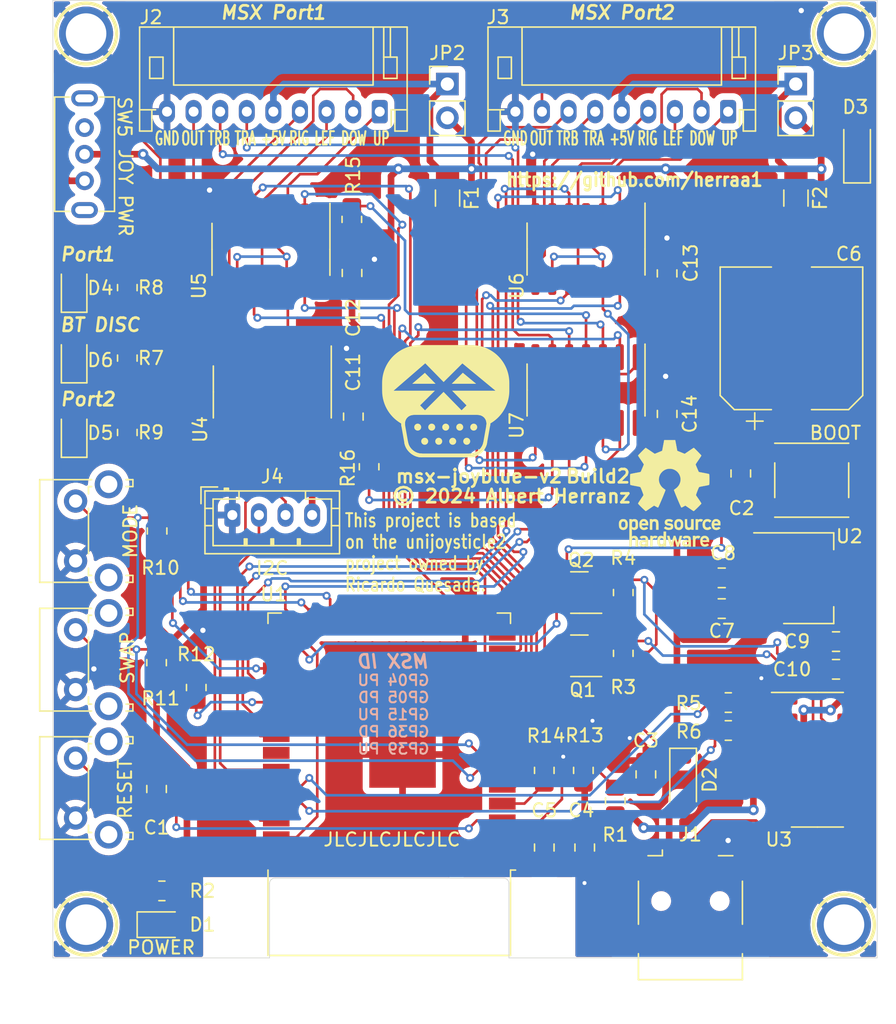
<source format=kicad_pcb>
(kicad_pcb (version 20221018) (generator pcbnew)
  (title_block (title "msx-joyblue-v2") (date "2024-02-13") (rev "Build2") (company "Albert Herranz"))
  (layers (0 "F.Cu" signal) (31 "B.Cu" signal) (34 "B.Paste" user) (35 "F.Paste" user) (36 "B.SilkS" user "B.Silkscreen") (37 "F.SilkS" user "F.Silkscreen") (38 "B.Mask" user) (39 "F.Mask" user) (44 "Edge.Cuts" user))
  (net 0 "")
  (net 1 "VBUS")
  (net 2 "GPIO_BOOTSTRAP_04")
  (net 3 "/ESP_EN")
  (net 4 "/ESP_BOOT")
  (net 5 "RTS_PROG")
  (net 6 "DTR_PROG")
  (net 7 "+3V3_REG")
  (net 8 "/+5V_FILTERED")
  (net 9 "JOY_5V")
  (net 10 "/+3V3_LED")
  (net 11 "UART_TX")
  (net 12 "UART_RX")
  (net 13 "GPIO_39")
  (net 14 "GPIO_SWITCH_USER1")
  (net 15 "GPIO_SWITCH_USER2")
  (net 16 "GPIO_J2_LEFT")
  (net 17 "GPIO_J2_DOWN")
  (net 18 "GPIO_J1_UP")
  (net 19 "GPIO_J2_UP")
  (net 20 "GPIO_LED_J2")
  (net 21 "GPIO_J2_RIGHT")
  (net 22 "GPIO_J1_DOWN")
  (net 23 "GPIO_J1_LEFT")
  (net 24 "GPIO_J1_RIGHT")
  (net 25 "/JOY_EXT_5V")
  (net 26 "Net-(D4-A)")
  (net 27 "Net-(D5-A)")
  (net 28 "Net-(D6-A)")
  (net 29 "J1_PWR")
  (net 30 "J2_PWR")
  (net 31 "/USBD-")
  (net 32 "/USBD+")
  (net 34 "GND")
  (net 35 "GPIO_36")
  (net 36 "unconnected-(J1-Shield-Pad6)")
  (net 37 "/J1_RIGHT")
  (net 38 "/J1_LEFT")
  (net 39 "/J1_DOWN")
  (net 40 "/J1_UP")
  (net 41 "/J1_OUT")
  (net 42 "/J1_TRIGB")
  (net 43 "/J1_TRIGA")
  (net 44 "/J2_RIGHT")
  (net 45 "/J2_LEFT")
  (net 46 "/J2_DOWN")
  (net 47 "/J2_UP")
  (net 48 "/J2_OUT")
  (net 49 "/J2_TRIGB")
  (net 50 "/J2_TRIGA")
  (net 51 "I2C_SDA")
  (net 52 "I2C_SCL")
  (net 53 "Net-(Q1-B)")
  (net 54 "Net-(Q2-B)")
  (net 55 "Net-(U3-TXD)")
  (net 56 "Net-(U3-RXD)")
  (net 57 "GPIO_BOOTSTRAP_15_LED_J1")
  (net 58 "GPIO_LED_BT")
  (net 59 "GPIO_BOOTSTRAP_05")
  (net 61 "GPIO_J1_TRIGB")
  (net 62 "GPIO_J1_TRIGA")
  (net 69 "GPIO_J2_TRIGB")
  (net 70 "GPIO_J2_TRIGA")
  (net 79 "/~{J1_OUT_1}")
  (net 80 "/~{J2_OUT_1}")
  (footprint "Connector_USB:USB_Mini-B_Lumberg_2486_01_Horizontal" (layer "F.Cu") (at 130.765 145.755)
    (fp_text reference "J1")
    (fp_text value "USB_B_Mini")
  )
  (footprint "My_Components:ESP32-WROOM-32" (layer "F.Cu") (at 108.115 133.98 180)
    (fp_text reference "U1")
    (fp_text value "ESP32-WROOM-32E")
  )
  (footprint "Package_SO:SOIC-16_3.9x9.9mm_P1.27mm" (layer "F.Cu") (at 140.315 135.13)
    (fp_text reference "U3")
    (fp_text value "CH340C")
  )
  (footprint "Package_SO:SOIC-14_3.9x8.7mm_P1.27mm" (layer "F.Cu") (at 99.319 107.476 -90)
    (fp_text reference "U4")
    (fp_text value "74LS03")
  )
  (footprint "Package_TO_SOT_SMD:SOT-223-3_TabPin2" (layer "F.Cu") (at 139.6336 121.4786)
    (fp_text reference "U2")
    (fp_text value "AMS1117-3.3")
  )
  (footprint "My_Components:Hole_3mm" (layer "F.Cu") (at 85.315 147.53)
    (fp_text reference "H1" hide)
    (fp_text value "MountingHole_Pad" hide)
  )
  (footprint "My_Components:Hole_3mm" (layer "F.Cu") (at 142.315 147.53)
    (fp_text reference "H2" hide)
    (fp_text value "MountingHole_Pad" hide)
  )
  (footprint "Package_SO:SOIC-14_3.9x8.7mm_P1.27mm" (layer "F.Cu") (at 122.915 96.73 -90)
    (fp_text reference "U6")
    (fp_text value "74LS03")
  )
  (footprint "Package_SO:SOIC-14_3.9x8.7mm_P1.27mm" (layer "F.Cu") (at 99.219 96.752 -90)
    (fp_text reference "U5")
    (fp_text value "74LS03")
  )
  (footprint "Package_TO_SOT_SMD:SOT-23" (layer "F.Cu") (at 122.413 127.314 180)
    (fp_text reference "Q1")
    (fp_text value "S8050")
  )
  (footprint "Package_TO_SOT_SMD:SOT-23" (layer "F.Cu") (at 122.413 122.558 180)
    (fp_text reference "Q2")
    (fp_text value "S8050")
  )
  (footprint "Resistor_SMD:R_0805_2012Metric_Pad1.20x1.40mm_HandSolder" (layer "F.Cu") (at 88.415 104.93 -90)
    (fp_text reference "R7")
    (fp_text value "1K")
  )
  (footprint "Resistor_SMD:R_0805_2012Metric_Pad1.20x1.40mm_HandSolder" (layer "F.Cu") (at 122.715 135.93 -90)
    (fp_text reference "R13")
    (fp_text value "10K")
  )
  (footprint "LED_SMD:LED_0805_2012Metric_Pad1.15x1.40mm_HandSolder" (layer "F.Cu") (at 84.415 99.6238 90)
    (fp_text reference "D4")
    (fp_text value "Port1")
  )
  (footprint "Capacitor_SMD:C_0805_2012Metric_Pad1.18x1.45mm_HandSolder" (layer "F.Cu") (at 129.015 109.13 90)
    (fp_text reference "C14")
    (fp_text value "0.1uF")
  )
  (footprint "Connector_JST:JST_PH_B4B-PH-K_1x04_P2.00mm_Vertical" (layer "F.Cu") (at 96.315 116.73)
    (fp_text reference "J4")
    (fp_text value "I2C")
  )
  (footprint "LED_SMD:LED_0805_2012Metric_Pad1.15x1.40mm_HandSolder" (layer "F.Cu") (at 84.415 104.93 90)
    (fp_text reference "D6")
    (fp_text value "BT DISC")
  )
  (footprint "Resistor_SMD:R_0805_2012Metric_Pad1.20x1.40mm_HandSolder" (layer "F.Cu") (at 93.6 129.7 90)
    (fp_text reference "R12")
    (fp_text value "3.3K")
  )
  (footprint "Resistor_SMD:R_0805_2012Metric_Pad1.20x1.40mm_HandSolder" (layer "F.Cu") (at 125.115 138.23 -90)
    (fp_text reference "R1")
    (fp_text value "10K")
  )
  (footprint "Package_SO:SOIC-14_3.9x8.7mm_P1.27mm" (layer "F.Cu") (at 122.915 107.33 -90)
    (fp_text reference "U7")
    (fp_text value "74LS03")
  )
  (footprint "Resistor_SMD:R_0805_2012Metric_Pad1.20x1.40mm_HandSolder" (layer "F.Cu") (at 133.615 132.93)
    (fp_text reference "R6")
    (fp_text value "1K")
  )
  (footprint "Button_Switch_THT:SW_Tactile_SPST_Angled_PTS645Vx39-2LFS" (layer "F.Cu") (at 84.525 139.5094 90)
    (fp_text reference "SW1")
    (fp_text value "RESET")
  )
  (footprint "My_Components:Hole_3mm" (layer "F.Cu") (at 85.315 80.53)
    (fp_text reference "H3" hide)
    (fp_text value "MountingHole_Pad" hide)
  )
  (footprint "Fuse:Fuse_1206_3216Metric_Pad1.42x1.75mm_HandSolder" (layer "F.Cu") (at 112.5 92.9 -90)
    (fp_text reference "F1")
    (fp_text value "50mA")
  )
  (footprint "Connector_PinHeader_2.54mm:PinHeader_1x02_P2.54mm_Vertical" (layer "F.Cu") (at 112.485 84.325)
    (fp_text reference "JP2")
    (fp_text value "J1 Fuse Bypass")
  )
  (footprint "Button_Switch_THT:SW_Tactile_SPST_Angled_PTS645Vx39-2LFS" (layer "F.Cu") (at 84.525 120.18 90)
    (fp_text reference "SW3")
    (fp_text value "MODE")
  )
  (footprint "Capacitor_SMD:C_0805_2012Metric_Pad1.18x1.45mm_HandSolder" (layer "F.Cu") (at 133.1216 123.7646 180)
    (fp_text reference "C7")
    (fp_text value "22uF")
  )
  (footprint "My_Components:SW_SK-12D07G6-1P2T-6mm" (layer "F.Cu") (at 85.2 87.6 -90)
    (fp_text reference "SW5")
    (fp_text value "JOY PWR")
  )
  (footprint "Capacitor_SMD:C_0805_2012Metric_Pad1.18x1.45mm_HandSolder" (layer "F.Cu") (at 105.415 109.33 90)
    (fp_text reference "C11")
    (fp_text value "0.1uF")
  )
  (footprint "Connector_JST:JST_PH_S9B-PH-K_1x09_P2.00mm_Horizontal" (layer "F.Cu") (at 107.4 86.4 180)
    (fp_text reference "J2")
    (fp_text value "MSX Port1")
  )
  (footprint "Capacitor_SMD:C_0805_2012Metric_Pad1.18x1.45mm_HandSolder" (layer "F.Cu") (at 122.815 141.73 -90)
    (fp_text reference "C4")
    (fp_text value ".1uF")
  )
  (footprint "Resistor_SMD:R_0805_2012Metric_Pad1.20x1.40mm_HandSolder" (layer "F.Cu") (at 105.3 94.5 -90)
    (fp_text reference "R15")
    (fp_text value "3.3K")
  )
  (footprint "Capacitor_SMD:C_0805_2012Metric_Pad1.18x1.45mm_HandSolder" (layer "F.Cu") (at 90.615 137.33 90)
    (fp_text reference "C1")
    (fp_text value ".1uF")
  )
  (footprint "Capacitor_SMD:C_0805_2012Metric_Pad1.18x1.45mm_HandSolder" (layer "F.Cu") (at 134.5536 113.6046 90)
    (fp_text reference "C2")
    (fp_text value ".1uF")
  )
  (footprint "LED_SMD:LED_0805_2012Metric_Pad1.15x1.40mm_HandSolder" (layer "F.Cu") (at 84.415 110.53 90)
    (fp_text reference "D5")
    (fp_text value "Port2")
  )
  (footprint "Symbol:OSHW-Logo_7.5x8mm_SilkScreen" (layer "F.Cu") (at 129.2 115.1)
    (fp_text reference "SYM1" hide)
    (fp_text value "Logo_Open_Hardware_Large" hide)
  )
  (footprint "Resistor_SMD:R_0805_2012Metric_Pad1.20x1.40mm_HandSolder" (layer "F.Cu") (at 125.715 127.13 90)
    (fp_text reference "R3")
    (fp_text value "10K")
  )
  (footprint "Capacitor_SMD:C_0805_2012Metric_Pad1.18x1.45mm_HandSolder" (layer "F.Cu") (at 141.715 128.33 180)
    (fp_text reference "C10")
    (fp_text value "1uF")
  )
  (footprint "Diode_SMD:D_SOD-123" (layer "F.Cu") (at 130.215 136.63 -90)
    (fp_text reference "D2")
    (fp_text value "1N5819")
  )
  (footprint "Capacitor_SMD:C_0805_2012Metric_Pad1.18x1.45mm_HandSolder" (layer "F.Cu") (at 141.715 126.2472 180)
    (fp_text reference "C9")
    (fp_text value ".1uF")
  )
  (footprint "Resistor_SMD:R_0805_2012Metric_Pad1.20x1.40mm_HandSolder" (layer "F.Cu") (at 106.6 113.1 90)
    (fp_text reference "R16")
    (fp_text value "3.3K")
  )
  (footprint "Capacitor_SMD:C_0805_2012Metric_Pad1.18x1.45mm_HandSolder" (layer "F.Cu") (at 119.775 141.73 90)
    (fp_text reference "C5")
    (fp_text value "22uF")
  )
  (footprint "Button_Switch_THT:SW_Tactile_SPST_Angled_PTS645Vx39-2LFS" (layer "F.Cu") (at 84.525 129.8574 90)
    (fp_text reference "SW4")
    (fp_text value "SWAP")
  )
  (footprint "Resistor_SMD:R_0805_2012Metric_Pad1.20x1.40mm_HandSolder" (layer "F.Cu") (at 88.415 99.63 -90)
    (fp_text reference "R8")
    (fp_text value "3.3K")
  )
  (footprint "Resistor_SMD:R_0805_2012Metric_Pad1.20x1.40mm_HandSolder" (layer "F.Cu") (at 125.715 122.558 90)
    (fp_text reference "R4")
    (fp_text value "10K")
  )
  (footprint "Capacitor_SMD:CP_Elec_10x10.5" (layer "F.Cu") (at 138.3636 103.4446 90)
    (fp_text reference "C6")
    (fp_text value "2200uF")
  )
  (footprint "Resistor_SMD:R_0805_2012Metric_Pad1.20x1.40mm_HandSolder" (layer "F.Cu") (at 88.415 110.5218 -90)
    (fp_text reference "R9")
    (fp_text value "3.3K")
  )
  (footprint "Connector_JST:JST_PH_S9B-PH-K_1x09_P2.00mm_Horizontal" (layer "F.Cu") (at 133.6 86.4 180)
    (fp_text reference "J3")
    (fp_text value "MSX Port2")
  )
  (footprint "Resistor_SMD:R_0805_2012Metric_Pad1.20x1.40mm_HandSolder" (layer "F.Cu") (at 91.015 144.99 180)
    (fp_text reference "R2")
    (fp_text value "3K3")
  )
  (footprint "Capacitor_SMD:C_0805_2012Metric_Pad1.18x1.45mm_HandSolder" (layer "F.Cu") (at 133.1216 121.4532 180)
    (fp_text reference "C8")
    (fp_text value "22uF")
  )
  (footprint "Resistor_SMD:R_0805_2012Metric_Pad1.20x1.40mm_HandSolder" (layer "F.Cu") (at 90.615 127.83 90)
    (fp_text reference "R11")
    (fp_text value "10K")
  )
  (footprint "Fuse:Fuse_1206_3216Metric_Pad1.42x1.75mm_HandSolder" (layer "F.Cu") (at 138.7 92.9 -90)
    (fp_text reference "F2")
    (fp_text value "50mA")
  )
  (footprint "Resistor_SMD:R_0805_2012Metric_Pad1.20x1.40mm_HandSolder" (layer "F.Cu") (at 119.775 135.93 90)
    (fp_text reference "R14")
    (fp_text value "3.3K")
  )
  (footprint "LED_SMD:LED_0805_2012Metric_Pad1.15x1.40mm_HandSolder" (layer "F.Cu") (at 91.015 147.53)
    (fp_text reference "D1")
    (fp_text value "PWR")
  )
  (footprint "Resistor_SMD:R_0805_2012Metric_Pad1.20x1.40mm_HandSolder" (layer "F.Cu") (at 133.615 130.83)
    (fp_text reference "R5")
    (fp_text value "1K")
  )
  (footprint "Capacitor_SMD:C_0805_2012Metric_Pad1.18x1.45mm_HandSolder" (layer "F.Cu") (at 127.415 136.23 90)
    (fp_text reference "C3")
    (fp_text value "10uF")
  )
  (footprint "Capacitor_SMD:C_0805_2012Metric_Pad1.18x1.45mm_HandSolder" (layer "F.Cu") (at 105.315 98.53 90)
    (fp_text reference "C12")
    (fp_text value "0.1uF")
  )
  (footprint "My_Components:Hole_3mm" (layer "F.Cu") (at 142.315 80.53)
    (fp_text reference "H4" hide)
    (fp_text value "MountingHole_Pad" hide)
  )
  (footprint "Diode_SMD:D_SOD-123" (layer "F.Cu") (at 143.3 89.4 90)
    (fp_text reference "D3")
    (fp_text value "1N5819")
  )
  (footprint "Unijoysticle:SW_Push_1P1T_NO_5.1x5.1mm" (layer "F.Cu") (at 139.8876 114.1126 180)
    (fp_text reference "SW2")
    (fp_text value "BOOT")
  )
  (footprint "Connector_PinHeader_2.54mm:PinHeader_1x02_P2.54mm_Vertical" (layer "F.Cu") (at 138.685 84.325)
    (fp_text reference "JP3")
    (fp_text value "J2 Fuse Bypass")
  )
  (footprint "Resistor_SMD:R_0805_2012Metric_Pad1.20x1.40mm_HandSolder" (layer "F.Cu") (at 90.6545 117.9304 90)
    (fp_text reference "R10")
    (fp_text value "10K")
  )
  (footprint "Capacitor_SMD:C_0805_2012Metric_Pad1.18x1.45mm_HandSolder" (layer "F.Cu") (at 129.011 98.5616 90)
    (fp_text reference "C13")
    (fp_text value "0.1uF")
  )
  (gr_line (start 109.169781 109.687958) (end 109.162267 109.732485) (stroke (width 0.286419)) (layer "F.SilkS"))
  (gr_line (start 110.240871 112.20531) (end 110.289317 112.218303) (stroke (width 0.286419)) (layer "F.SilkS"))
  (gr_line (start 114.335603 112.237555) (end 114.384949 112.229072) (stroke (width 0.286419)) (layer "F.SilkS"))
  (gr_line (start 114.623974 112.1536) (end 114.669724 112.132326) (stroke (width 0.286419)) (layer "F.SilkS"))
  (gr_poly (pts (xy 111.319306 109.907103) (xy 111.330175 109.90793) (xy 111.340886 109.909291) (xy 111.351425 109.911174) (xy 111.36178 109.913564) (xy 111.371936 109.916448) (xy 111.38188 109.919814) (xy 111.391599 109.923646) (xy 111.40108 109.927933) (xy 111.410308 109.93266) (xy 111.419271 109.937814) (xy 111.427954 109.943382) (xy 111.436345 109.94935) (xy 111.44443 109.955704) (xy 111.452196 109.962432) (xy 111.459629 109.969519) (xy 111.466715 109.976953) (xy 111.473442 109.98472) (xy 111.479796 109.992806) (xy 111.485763 110.001198) (xy 111.49133 110.009883) (xy 111.496483 110.018847) (xy 111.501209 110.028077) (xy 111.505495 110.037558) (xy 111.509328 110.047279) (xy 111.512692 110.057224) (xy 111.515576 110.067382) (xy 111.517966 110.077738) (xy 111.519848 110.088279) (xy 111.521209 110.098991) (xy 111.522036 110.109862) (xy 111.522314 110.120877) (xy 111.522036 110.131892) (xy 111.521209 110.142762) (xy 111.519848 110.153475) (xy 111.517966 110.164016) (xy 111.515576 110.174372) (xy 111.512692 110.184529) (xy 111.509328 110.194475) (xy 111.505495 110.204195) (xy 111.501209 110.213677) (xy 111.496483 110.222907) (xy 111.49133 110.23187) (xy 111.485763 110.240555) (xy 111.479796 110.248947) (xy 111.473442 110.257034) (xy 111.466715 110.2648) (xy 111.459629 110.272234) (xy 111.452196 110.279322) (xy 111.44443 110.286049) (xy 111.436345 110.292404) (xy 111.427954 110.298372) (xy 111.419271 110.303939) (xy 111.410308 110.309094) (xy 111.40108 110.313821) (xy 111.391599 110.318107) (xy 111.38188 110.32194) (xy 111.371936 110.325305) (xy 111.36178 110.328189) (xy 111.351425 110.33058) (xy 111.340886 110.332462) (xy 111.330175 110.333823) (xy 111.319306 110.33465) (xy 111.308292 110.334928) (xy 111.297279 110.33465) (xy 111.28641 110.333823) (xy 111.275699 110.332462) (xy 111.26516 110.33058) (xy 111.254805 110.328189) (xy 111.244649 110.325305) (xy 111.234705 110.32194) (xy 111.224986 110.318107) (xy 111.215505 110.313821) (xy 111.206277 110.309094) (xy 111.197314 110.303939) (xy 111.188631 110.298372) (xy 111.18024 110.292404) (xy 111.172155 110.286049) (xy 111.164389 110.279322) (xy 111.156956 110.272234) (xy 111.14987 110.2648) (xy 111.143143 110.257034) (xy 111.136789 110.248947) (xy 111.130822 110.240555) (xy 111.125255 110.23187) (xy 111.120102 110.222907) (xy 111.115376 110.213677) (xy 111.11109 110.204195) (xy 111.107258 110.194475) (xy 111.103893 110.184529) (xy 111.101009 110.174372) (xy 111.098619 110.164016) (xy 111.096737 110.153475) (xy 111.095376 110.142762) (xy 111.094549 110.131892) (xy 111.094271 110.120877) (xy 111.094549 110.109862) (xy 111.095376 110.098991) (xy 111.096737 110.088279) (xy 111.098619 110.077738) (xy 111.101009 110.067382) (xy 111.103893 110.057224) (xy 111.107258 110.047279) (xy 111.11109 110.037558) (xy 111.115376 110.028077) (xy 111.120102 110.018847) (xy 111.125255 110.009883) (xy 111.130822 110.001198) (xy 111.136789 109.992806) (xy 111.143143 109.98472) (xy 111.14987 109.976953) (xy 111.156956 109.969519) (xy 111.164389 109.962432) (xy 111.172155 109.955704) (xy 111.18024 109.94935) (xy 111.188631 109.943382) (xy 111.197314 109.937814) (xy 111.206277 109.93266) (xy 111.215505 109.927933) (xy 111.224986 109.923646) (xy 111.234705 109.919814) (xy 111.244649 109.916448) (xy 111.254805 109.913564) (xy 111.26516 109.911174) (xy 111.275699 109.909291) (xy 111.28641 109.90793) (xy 111.297279 109.907103) (xy 111.308292 109.906825)) (stroke (width 0.095538)) (fill solid) (layer "F.SilkS"))
  (gr_line (start 109.179603 109.644425) (end 109.169781 109.687958) (stroke (width 0.286419)) (layer "F.SilkS"))
  (gr_line (start 109.168522 110.017073) (end 109.393393 111.288621) (stroke (width 0.286419)) (layer "F.SilkS"))
  (gr_line (start 115.569112 109.871413) (end 115.568832 109.824274) (stroke (width 0.286419)) (layer "F.SilkS"))
  (gr_line (start 115.329904 109.277261) (end 115.298111 109.248713) (stroke (width 0.286419)) (layer "F.SilkS"))
  (gr_line (start 109.261512 109.443815) (end 109.240928 109.481458) (stroke (width 0.286419)) (layer "F.SilkS"))
  (gr_line (start 109.735977 109.087802) (end 109.692118 109.100782) (stroke (width 0.286419)) (layer "F.SilkS"))
  (gr_line (start 109.592169 111.745195) (end 109.622807 111.785396) (stroke (width 0.286419)) (layer "F.SilkS"))
  (gr_line (start 110.338253 112.229072) (end 110.387606 112.237555) (stroke (width 0.286419)) (layer "F.SilkS"))
  (gr_line (start 109.568712 109.152444) (end 109.530472 109.1737) (stroke (width 0.286419)) (layer "F.SilkS"))
  (gr_line (start 115.186995 111.661322) (end 115.212208 111.617775) (stroke (width 0.286419)) (layer "F.SilkS"))
  (gr_line (start 109.799474 111.966597) (end 109.83899 111.998444) (stroke (width 0.286419)) (layer "F.SilkS"))
  (gr_line (start 114.577441 112.172896) (end 114.623974 112.1536) (stroke (width 0.286419)) (layer "F.SilkS"))
  (gr_line (start 109.19168 109.601947) (end 109.179603 109.644425) (stroke (width 0.286419)) (layer "F.SilkS"))
  (gr_line (start 110.487267 112.247418) (end 110.537428 112.248674) (stroke (width 0.286419)) (layer "F.SilkS"))
  (gr_line (start 109.154367 109.824274) (end 109.154084 109.871413) (stroke (width 0.286419)) (layer "F.SilkS"))
  (gr_line (start 109.536177 111.661322) (end 109.563268 111.703816) (stroke (width 0.286419)) (layer "F.SilkS"))
  (gr_line (start 109.649587 109.115924) (end 109.608434 109.133165) (stroke (width 0.286419)) (layer "F.SilkS"))
  (gr_line (start 114.482321 112.20531) (end 114.530199 112.190153) (stroke (width 0.286419)) (layer "F.SilkS"))
  (gr_line (start 109.964583 112.08409) (end 110.008551 112.109135) (stroke (width 0.286419)) (layer "F.SilkS"))
  (gr_line (start 115.543615 109.644425) (end 115.531543 109.601947) (stroke (width 0.286419)) (layer "F.SilkS"))
  (gr_line (start 114.749818 109.057462) (end 109.973374 109.057462) (stroke (width 0.286419)) (layer "F.SilkS"))
  (gr_line (start 109.875001 109.062439) (end 109.82747 109.068569) (stroke (width 0.286419)) (layer "F.SilkS"))
  (gr_line (start 109.622807 111.785396) (end 109.655108 111.82436) (stroke (width 0.286419)) (layer "F.SilkS"))
  (gr_line (start 109.447374 111.481428) (end 109.466493 111.527766) (stroke (width 0.286419)) (layer "F.SilkS"))
  (gr_line (start 110.008551 112.109135) (end 110.053449 112.132326) (stroke (width 0.286419)) (layer "F.SilkS"))
  (gr_line (start 114.43388 112.218303) (end 114.482321 112.20531) (stroke (width 0.286419)) (layer "F.SilkS"))
  (gr_line (start 109.403367 111.337818) (end 109.415738 111.386392) (stroke (width 0.286419)) (layer "F.SilkS"))
  (gr_line (start 115.414636 109.372677) (end 115.388218 109.339304) (stroke (width 0.286419)) (layer "F.SilkS"))
  (gr_line (start 109.16111 109.967874) (end 109.168522 110.017073) (stroke (width 0.286419)) (layer "F.SilkS"))
  (gr_line (start 110.099203 112.1536) (end 110.14574 112.172896) (stroke (width 0.286419)) (layer "F.SilkS"))
  (gr_line (start 115.562082 109.967874) (end 115.566879 109.919301) (stroke (width 0.286419)) (layer "F.SilkS"))
  (gr_poly (pts (xy 113.425874 109.90714) (xy 113.436743 109.907967) (xy 113.447454 109.909329) (xy 113.457994 109.911211) (xy 113.468348 109.913602) (xy 113.478503 109.916487) (xy 113.488447 109.919854) (xy 113.498165 109.923687) (xy 113.507644 109.927975) (xy 113.516871 109.932703) (xy 113.525832 109.937858) (xy 113.534514 109.943427) (xy 113.542903 109.949397) (xy 113.550987 109.955752) (xy 113.55875 109.962482) (xy 113.566181 109.969571) (xy 113.573266 109.977006) (xy 113.579991 109.984774) (xy 113.586342 109.992862) (xy 113.592307 110.001256) (xy 113.597872 110.009942) (xy 113.603024 110.018908) (xy 113.607749 110.028139) (xy 113.612033 110.037622) (xy 113.615864 110.047344) (xy 113.619227 110.057291) (xy 113.62211 110.06745) (xy 113.624499 110.077807) (xy 113.62638 110.088349) (xy 113.62774 110.099063) (xy 113.628566 110.109934) (xy 113.628845 110.12095) (xy 113.628566 110.131963) (xy 113.62774 110.142831) (xy 113.62638 110.15354) (xy 113.624499 110.164078) (xy 113.62211 110.174431) (xy 113.619227 110.184586) (xy 113.615864 110.194529) (xy 113.612033 110.204246) (xy 113.607749 110.213725) (xy 113.603024 110.222951) (xy 113.597872 110.231912) (xy 113.592307 110.240593) (xy 113.586342 110.248983) (xy 113.579991 110.257066) (xy 113.573266 110.26483) (xy 113.566181 110.272261) (xy 113.55875 110.279345) (xy 113.550987 110.286071) (xy 113.542903 110.292422) (xy 113.534514 110.298388) (xy 113.525832 110.303953) (xy 113.516871 110.309105) (xy 113.507644 110.31383) (xy 113.498165 110.318115) (xy 113.488447 110.321946) (xy 113.478503 110.325309) (xy 113.468348 110.328193) (xy 113.457994 110.330582) (xy 113.447454 110.332463) (xy 113.436743 110.333824) (xy 113.425874 110.33465) (xy 113.414859 110.334928) (xy 113.403862 110.33465) (xy 113.393007 110.333824) (xy 113.382309 110.332463) (xy 113.371781 110.330582) (xy 113.361437 110.328193) (xy 113.351291 110.325309) (xy 113.341355 110.321946) (xy 113.331643 110.318115) (xy 113.322169 110.31383) (xy 113.312947 110.309105) (xy 113.303989 110.303953) (xy 113.295309 110.298388) (xy 113.286921 110.292422) (xy 113.278839 110.286071) (xy 113.271075 110.279345) (xy 113.263643 110.272261) (xy 113.256558 110.26483) (xy 113.249831 110.257066) (xy 113.243478 110.248983) (xy 113.23751 110.240593) (xy 113.231943 110.231912) (xy 113.226788 110.222951) (xy 113.222061 110.213725) (xy 113.217774 110.204246) (xy 113.21394 110.194529) (xy 113.210574 110.184586) (xy 113.207689 110.174431) (xy 113.205298 110.164078) (xy 113.203415 110.15354) (xy 113.202053 110.142831) (xy 113.201226 110.131963) (xy 113.200948 110.12095) (xy 113.201226 110.109934) (xy 113.202053 110.099063) (xy 113.203415 110.088349) (xy 113.205298 110.077807) (xy 113.207689 110.06745) (xy 113.210574 110.057291) (xy 113.21394 110.047344) (xy 113.217774 110.037622) (xy 113.222061 110.028139) (xy 113.226788 110.018908) (xy 113.231943 110.009943) (xy 113.23751 110.001256) (xy 113.243478 109.992862) (xy 113.249831 109.984775) (xy 113.256558 109.977006) (xy 113.263643 109.969571) (xy 113.271075 109.962482) (xy 113.278839 109.955753) (xy 113.286921 109.949397) (xy 113.295309 109.943427) (xy 113.303989 109.937858) (xy 113.312947 109.932703) (xy 113.322169 109.927975) (xy 113.331643 109.923687) (xy 113.341355 109.919854) (xy 113.351291 109.916487) (xy 113.361437 109.913602) (xy 113.371781 109.911211) (xy 113.382309 109.909329) (xy 113.393007 109.907967) (xy 113.403862 109.90714) (xy 113.414859 109.906861)) (stroke (width 0.095538)) (fill solid) (layer "F.SilkS"))
  (gr_line (start 114.942133 109.077043) (end 114.895764 109.068569) (stroke (width 0.286419)) (layer "F.SilkS"))
  (gr_line (start 114.843433 112.028683) (end 114.923685 111.966597) (stroke (width 0.286419)) (layer "F.SilkS"))
  (gr_line (start 109.493766 109.196871) (end 109.458645 109.221896) (stroke (width 0.286419)) (layer "F.SilkS"))
  (gr_line (start 109.335042 109.339304) (end 109.30862 109.372677) (stroke (width 0.286419)) (layer "F.SilkS"))
  (gr_line (start 109.393364 109.277261) (end 109.363307 109.307479) (stroke (width 0.286419)) (layer "F.SilkS"))
  (gr_line (start 115.482312 109.481458) (end 115.461734 109.443815) (stroke (width 0.286419)) (layer "F.SilkS"))
  (gr_poly (pts (xy 110.26571 109.907103) (xy 110.276579 109.90793) (xy 110.28729 109.909291) (xy 110.29783 109.911174) (xy 110.308184 109.913564) (xy 110.31834 109.916448) (xy 110.328285 109.919814) (xy 110.338004 109.923646) (xy 110.347484 109.927933) (xy 110.356712 109.93266) (xy 110.365675 109.937814) (xy 110.374358 109.943382) (xy 110.382749 109.94935) (xy 110.390835 109.955704) (xy 110.3986 109.962432) (xy 110.406033 109.969519) (xy 110.41312 109.976953) (xy 110.419846 109.98472) (xy 110.4262 109.992806) (xy 110.432167 110.001198) (xy 110.437734 110.009883) (xy 110.442887 110.018847) (xy 110.447614 110.028077) (xy 110.4519 110.037558) (xy 110.455732 110.047279) (xy 110.459097 110.057224) (xy 110.461981 110.067382) (xy 110.46437 110.077738) (xy 110.466253 110.088279) (xy 110.467614 110.098991) (xy 110.46844 110.109862) (xy 110.468719 110.120877) (xy 110.46844 110.131892) (xy 110.467614 110.142762) (xy 110.466253 110.153475) (xy 110.46437 110.164016) (xy 110.461981 110.174372) (xy 110.459097 110.184529) (xy 110.455732 110.194475) (xy 110.4519 110.204195) (xy 110.447614 110.213677) (xy 110.442887 110.222907) (xy 110.437734 110.23187) (xy 110.432167 110.240555) (xy 110.4262 110.248947) (xy 110.419846 110.257034) (xy 110.41312 110.2648) (xy 110.406033 110.272234) (xy 110.3986 110.279322) (xy 110.390835 110.286049) (xy 110.382749 110.292404) (xy 110.374358 110.298372) (xy 110.365675 110.303939) (xy 110.356712 110.309094) (xy 110.347484 110.313821) (xy 110.338004 110.318107) (xy 110.328285 110.32194) (xy 110.31834 110.325305) (xy 110.308184 110.328189) (xy 110.29783 110.33058) (xy 110.28729 110.332462) (xy 110.276579 110.333823) (xy 110.26571 110.33465) (xy 110.254697 110.334928) (xy 110.243683 110.33465) (xy 110.232814 110.333823) (xy 110.222103 110.332462) (xy 110.211564 110.33058) (xy 110.201209 110.328189) (xy 110.191053 110.325305) (xy 110.181109 110.32194) (xy 110.17139 110.318107) (xy 110.161909 110.313821) (xy 110.152681 110.309094) (xy 110.143719 110.303939) (xy 110.135035 110.298372) (xy 110.126644 110.292404) (xy 110.118559 110.286049) (xy 110.110793 110.279322) (xy 110.10336 110.272234) (xy 110.096274 110.2648) (xy 110.089547 110.257034) (xy 110.083193 110.248947) (xy 110.077226 110.240555) (xy 110.071659 110.23187) (xy 110.066506 110.222907) (xy 110.06178 110.213677) (xy 110.057494 110.204195) (xy 110.053661 110.194475) (xy 110.050297 110.184529) (xy 110.047413 110.174372) (xy 110.045023 110.164016) (xy 110.043141 110.153475) (xy 110.04178 110.142762) (xy 110.040953 110.131892) (xy 110.040675 110.120877) (xy 110.040953 110.109862) (xy 110.04178 110.098991) (xy 110.043141 110.088279) (xy 110.045023 110.077738) (xy 110.047413 110.067382) (xy 110.050297 110.057224) (xy 110.053661 110.047279) (xy 110.057494 110.037558) (xy 110.06178 110.028077) (xy 110.066506 110.018847) (xy 110.071659 110.009883) (xy 110.077226 110.001198) (xy 110.083193 109.992806) (xy 110.089547 109.98472) (xy 110.096274 109.976953) (xy 110.10336 109.969519) (xy 110.110793 109.962432) (xy 110.118559 109.955704) (xy 110.126644 109.94935) (xy 110.135035 109.943382) (xy 110.143719 109.937814) (xy 110.152681 109.93266) (xy 110.161909 109.927933) (xy 110.17139 109.923646) (xy 110.181109 109.919814) (xy 110.191053 109.916448) (xy 110.201209 109.913564) (xy 110.211564 109.911174) (xy 110.222103 109.909291) (xy 110.232814 109.90793) (xy 110.243683 109.907103) (xy 110.254697 109.906825)) (stroke (width 0.095538)) (fill solid) (layer "F.SilkS"))
  (gr_line (start 109.563268 111.703816) (end 109.592169 111.745195) (stroke (width 0.286419)) (layer "F.SilkS"))
  (gr_line (start 109.156314 109.919301) (end 109.16111 109.967874) (stroke (width 0.286419)) (layer "F.SilkS"))
  (gr_line (start 115.517268 109.560586) (end 115.500841 109.520402) (stroke (width 0.286419)) (layer "F.SilkS"))
  (gr_line (start 110.437302 112.243691) (end 110.487267 112.247418) (stroke (width 0.286419)) (layer "F.SilkS"))
  (gr_line (start 115.566879 109.919301) (end 115.569112 109.871413) (stroke (width 0.286419)) (layer "F.SilkS"))
  (gr_line (start 110.537428 112.248674) (end 114.1858 112.248674) (stroke (width 0.286419)) (layer "F.SilkS"))
  (gr_line (start 109.20596 109.560586) (end 109.19168 109.601947) (stroke (width 0.286419)) (layer "F.SilkS"))
  (gr_line (start 114.895764 109.068569) (end 114.848221 109.062439) (stroke (width 0.286419)) (layer "F.SilkS"))
  (gr_line (start 115.553431 109.687958) (end 115.543615 109.644425) (stroke (width 0.286419)) (layer "F.SilkS"))
  (gr_line (start 114.923685 111.966597) (end 114.998754 111.898325) (stroke (width 0.286419)) (layer "F.SilkS"))
  (gr_poly (pts (xy 112.372674 109.90725) (xy 112.383535 109.908076) (xy 112.394239 109.909437) (xy 112.404771 109.911318) (xy 112.415119 109.913706) (xy 112.425268 109.916589) (xy 112.435205 109.919952) (xy 112.444918 109.923782) (xy 112.454392 109.928065) (xy 112.463613 109.932789) (xy 112.47257 109.93794) (xy 112.481247 109.943504) (xy 112.489633 109.949467) (xy 112.497712 109.955817) (xy 112.505473 109.962541) (xy 112.5129 109.969623) (xy 112.519982 109.977052) (xy 112.526704 109.984813) (xy 112.533053 109.992894) (xy 112.539016 110.001281) (xy 112.544579 110.009959) (xy 112.549729 110.018917) (xy 112.554452 110.02814) (xy 112.558735 110.037615) (xy 112.562565 110.047329) (xy 112.565927 110.057268) (xy 112.568809 110.067419) (xy 112.571198 110.077768) (xy 112.573079 110.088301) (xy 112.574439 110.099006) (xy 112.575265 110.109869) (xy 112.575543 110.120877) (xy 112.575265 110.131884) (xy 112.574439 110.142747) (xy 112.573079 110.153452) (xy 112.571198 110.163986) (xy 112.568809 110.174335) (xy 112.565927 110.184486) (xy 112.562565 110.194424) (xy 112.558735 110.204138) (xy 112.554452 110.213613) (xy 112.549729 110.222836) (xy 112.544579 110.231794) (xy 112.539016 110.240473) (xy 112.533053 110.248859) (xy 112.526704 110.25694) (xy 112.519982 110.264701) (xy 112.5129 110.27213) (xy 112.505473 110.279213) (xy 112.497712 110.285936) (xy 112.489633 110.292286) (xy 112.481247 110.29825) (xy 112.47257 110.303814) (xy 112.463613 110.308964) (xy 112.454392 110.313688) (xy 112.444918 110.317972) (xy 112.435205 110.321802) (xy 112.425268 110.325165) (xy 112.415119 110.328047) (xy 112.404771 110.330436) (xy 112.394239 110.332317) (xy 112.383535 110.333677) (xy 112.372674 110.334503) (xy 112.361668 110.334781) (xy 112.350662 110.334503) (xy 112.3398 110.333677) (xy 112.329097 110.332317) (xy 112.318565 110.330436) (xy 112.308217 110.328047) (xy 112.298068 110.325165) (xy 112.288131 110.321802) (xy 112.278418 110.317972) (xy 112.268944 110.313688) (xy 112.259722 110.308964) (xy 112.250766 110.303814) (xy 112.242088 110.29825) (xy 112.233703 110.292286) (xy 112.225624 110.285936) (xy 112.217863 110.279213) (xy 112.210436 110.27213) (xy 112.203354 110.264701) (xy 112.196632 110.25694) (xy 112.190282 110.248859) (xy 112.184319 110.240473) (xy 112.178756 110.231794) (xy 112.173607 110.222836) (xy 112.168883 110.213613) (xy 112.1646 110.204138) (xy 112.160771 110.194424) (xy 112.157408 110.184486) (xy 112.154526 110.174335) (xy 112.152138 110.163986) (xy 112.150257 110.153452) (xy 112.148897 110.142747) (xy 112.148071 110.131884) (xy 112.147793 110.120877) (xy 112.148071 110.109869) (xy 112.148897 110.099006) (xy 112.150257 110.088301) (xy 112.152138 110.077768) (xy 112.154526 110.067419) (xy 112.157408 110.057268) (xy 112.160771 110.047329) (xy 112.1646 110.037615) (xy 112.168883 110.02814) (xy 112.173607 110.018917) (xy 112.178756 110.009959) (xy 112.184319 110.001281) (xy 112.190282 109.992894) (xy 112.196632 109.984813) (xy 112.203354 109.977052) (xy 112.210436 109.969623) (xy 112.217863 109.962541) (xy 112.225624 109.955817) (xy 112.233703 109.949467) (xy 112.242088 109.943504) (xy 112.250766 109.93794) (xy 112.259722 109.932789) (xy 112.268944 109.928065) (xy 112.278418 109.923782) (xy 112.288131 109.919952) (xy 112.298068 109.916589) (xy 112.308217 109.913706) (xy 112.318565 109.911318) (xy 112.329097 109.909437) (xy 112.3398 109.908076) (xy 112.350662 109.90725) (xy 112.361668 109.906972)) (stroke (width 0.095538)) (fill solid) (layer "F.SilkS"))
  (gr_line (start 115.114835 109.133165) (end 115.073678 109.115924) (stroke (width 0.286419)) (layer "F.SilkS"))
  (gr_line (start 109.83899 111.998444) (end 109.879729 112.028683) (stroke (width 0.286419)) (layer "F.SilkS"))
  (gr_line (start 115.073678 109.115924) (end 115.031142 109.100782) (stroke (width 0.286419)) (layer "F.SilkS"))
  (gr_line (start 109.724405 111.898325) (end 109.761255 111.933203) (stroke (width 0.286419)) (layer "F.SilkS"))
  (gr_poly (pts (xy 111.602024 106.861507) (xy 109.838892 106.861507) (xy 110.793126 106.036329)) (fill solid) (layer "F.SilkS"))
  (gr_line (start 109.30862 109.372677) (end 109.284093 109.407534) (stroke (width 0.286419)) (layer "F.SilkS"))
  (gr_line (start 109.921618 112.057252) (end 109.964583 112.08409) (stroke (width 0.286419)) (layer "F.SilkS"))
  (gr_line (start 114.235955 112.247418) (end 114.285914 112.243691) (stroke (width 0.286419)) (layer "F.SilkS"))
  (gr_line (start 109.458645 109.221896) (end 109.42516 109.248713) (stroke (width 0.286419)) (layer "F.SilkS"))
  (gr_line (start 115.298111 109.248713) (end 115.264628 109.221896) (stroke (width 0.286419)) (layer "F.SilkS"))
  (gr_line (start 110.289317 112.218303) (end 110.338253 112.229072) (stroke (width 0.286419)) (layer "F.SilkS"))
  (gr_line (start 109.973374 109.057462) (end 109.923652 109.058717) (stroke (width 0.286419)) (layer "F.SilkS"))
  (gr_line (start 115.359957 109.307479) (end 115.329904 109.277261) (stroke (width 0.286419)) (layer "F.SilkS"))
  (gr_line (start 110.14574 112.172896) (end 110.192987 112.190153) (stroke (width 0.286419)) (layer "F.SilkS"))
  (gr_line (start 109.415738 111.386392) (end 109.430431 111.434283) (stroke (width 0.286419)) (layer "F.SilkS"))
  (gr_line (start 115.388218 109.339304) (end 115.359957 109.307479) (stroke (width 0.286419)) (layer "F.SilkS"))
  (gr_line (start 115.531543 109.601947) (end 115.517268 109.560586) (stroke (width 0.286419)) (layer "F.SilkS"))
  (gr_line (start 109.430431 111.434283) (end 109.447374 111.481428) (stroke (width 0.286419)) (layer "F.SilkS"))
  (gr_line (start 115.566091 109.777944) (end 115.56094 109.732485) (stroke (width 0.286419)) (layer "F.SilkS"))
  (gr_line (start 115.29277 111.434283) (end 115.307472 111.386392) (stroke (width 0.286419)) (layer "F.SilkS"))
  (gr_line (start 109.510968 111.617775) (end 109.536177 111.661322) (stroke (width 0.286419)) (layer "F.SilkS"))
  (gr_line (start 115.235465 111.573236) (end 115.256694 111.527766) (stroke (width 0.286419)) (layer "F.SilkS"))
  (gr_line (start 115.130995 111.745195) (end 115.1599 111.703816) (stroke (width 0.286419)) (layer "F.SilkS"))
  (gr_line (start 110.053449 112.132326) (end 110.099203 112.1536) (stroke (width 0.286419)) (layer "F.SilkS"))
  (gr_line (start 115.319851 111.337818) (end 115.329835 111.288621) (stroke (width 0.286419)) (layer "F.SilkS"))
  (gr_line (start 110.387606 112.237555) (end 110.437302 112.243691) (stroke (width 0.286419)) (layer "F.SilkS"))
  (gr_line (start 109.879729 112.028683) (end 109.921618 112.057252) (stroke (width 0.286419)) (layer "F.SilkS"))
  (gr_line (start 109.692118 109.100782) (end 109.649587 109.115924) (stroke (width 0.286419)) (layer "F.SilkS"))
  (gr_line (start 115.264628 109.221896) (end 115.229507 109.196871) (stroke (width 0.286419)) (layer "F.SilkS"))
  (gr_line (start 114.530199 112.190153) (end 114.577441 112.172896) (stroke (width 0.286419)) (layer "F.SilkS"))
  (gr_line (start 109.761255 111.933203) (end 109.799474 111.966597) (stroke (width 0.286419)) (layer "F.SilkS"))
  (gr_line (start 109.42516 109.248713) (end 109.393364 109.277261) (stroke (width 0.286419)) (layer "F.SilkS"))
  (gr_line (start 109.363307 109.307479) (end 109.335042 109.339304) (stroke (width 0.286419)) (layer "F.SilkS"))
  (gr_line (start 114.799555 109.058717) (end 114.749818 109.057462) (stroke (width 0.286419)) (layer "F.SilkS"))
  (gr_line (start 114.285914 112.243691) (end 114.335603 112.237555) (stroke (width 0.286419)) (layer "F.SilkS"))
  (gr_line (start 109.157112 109.777944) (end 109.154367 109.824274) (stroke (width 0.286419)) (layer "F.SilkS"))
  (gr_line (start 115.192801 109.1737) (end 115.154559 109.152444) (stroke (width 0.286419)) (layer "F.SilkS"))
  (gr_line (start 114.998754 111.898325) (end 115.068053 111.82436) (stroke (width 0.286419)) (layer "F.SilkS"))
  (gr_poly (pts (xy 110.792541 110.971624) (xy 110.803406 110.97245) (xy 110.814114 110.973811) (xy 110.82465 110.975693) (xy 110.835 110.978082) (xy 110.845153 110.980966) (xy 110.855094 110.98433) (xy 110.86481 110.988161) (xy 110.874287 110.992446) (xy 110.883512 110.997172) (xy 110.892471 111.002324) (xy 110.901152 111.00789) (xy 110.90954 111.013855) (xy 110.917622 111.020208) (xy 110.925386 111.026933) (xy 110.932816 111.034018) (xy 110.9399 111.04145) (xy 110.946624 111.049214) (xy 110.952976 111.057297) (xy 110.958941 111.065687) (xy 110.964506 111.074368) (xy 110.969657 111.083329) (xy 110.974382 111.092556) (xy 110.978667 111.102034) (xy 110.982498 111.111751) (xy 110.985861 111.121693) (xy 110.988744 111.131847) (xy 110.991133 111.1422) (xy 110.993015 111.152737) (xy 110.994375 111.163446) (xy 110.995201 111.174313) (xy 110.99548 111.185324) (xy 110.995201 111.196335) (xy 110.994375 111.207202) (xy 110.993015 111.217911) (xy 110.991133 111.228448) (xy 110.988744 111.2388) (xy 110.985861 111.248954) (xy 110.982498 111.258897) (xy 110.978667 111.268614) (xy 110.974382 111.278092) (xy 110.969657 111.287319) (xy 110.964506 111.296279) (xy 110.958941 111.304961) (xy 110.952976 111.31335) (xy 110.946624 111.321434) (xy 110.9399 111.329198) (xy 110.932816 111.336629) (xy 110.925386 111.343714) (xy 110.917622 111.35044) (xy 110.90954 111.356792) (xy 110.901152 111.362758) (xy 110.892471 111.368324) (xy 110.883512 111.373476) (xy 110.874287 111.378201) (xy 110.86481 111.382486) (xy 110.855094 111.386318) (xy 110.845153 111.389682) (xy 110.835 111.392565) (xy 110.82465 111.394955) (xy 110.814114 111.396836) (xy 110.803406 111.398197) (xy 110.792541 111.399023) (xy 110.781531 111.399302) (xy 110.770522 111.399023) (xy 110.759656 111.398197) (xy 110.748949 111.396836) (xy 110.738413 111.394955) (xy 110.728062 111.392565) (xy 110.71791 111.389682) (xy 110.707969 111.386318) (xy 110.698253 111.382486) (xy 110.688776 111.378201) (xy 110.679551 111.373476) (xy 110.670591 111.368324) (xy 110.661911 111.362758) (xy 110.653523 111.356792) (xy 110.64544 111.35044) (xy 110.637677 111.343714) (xy 110.630247 111.336629) (xy 110.623163 111.329198) (xy 110.616438 111.321434) (xy 110.610087 111.31335) (xy 110.604122 111.304961) (xy 110.598557 111.296279) (xy 110.593405 111.287319) (xy 110.588681 111.278092) (xy 110.584396 111.268614) (xy 110.580565 111.258897) (xy 110.577202 111.248954) (xy 110.574319 111.2388) (xy 110.57193 111.228448) (xy 110.570048 111.217911) (xy 110.568688 111.207202) (xy 110.567861 111.196335) (xy 110.567583 111.185324) (xy 110.567861 111.174313) (xy 110.568688 111.163446) (xy 110.570048 111.152737) (xy 110.57193 111.1422) (xy 110.574319 111.131847) (xy 110.577202 111.121693) (xy 110.580565 111.111751) (xy 110.584396 111.102034) (xy 110.588681 111.092556) (xy 110.593405 111.083329) (xy 110.598557 111.074368) (xy 110.604122 111.065687) (xy 110.610087 111.057297) (xy 110.616438 111.049214) (xy 110.623163 111.04145) (xy 110.630247 111.034018) (xy 110.637677 111.026933) (xy 110.64544 111.020208) (xy 110.653523 111.013855) (xy 110.661911 111.00789) (xy 110.670591 111.002324) (xy 110.679551 110.997172) (xy 110.688776 110.992446) (xy 110.698253 110.988161) (xy 110.707969 110.98433) (xy 110.71791 110.980966) (xy 110.728062 110.978082) (xy 110.738413 110.975693) (xy 110.748949 110.973811) (xy 110.759656 110.97245) (xy 110.770522 110.971624) (xy 110.781531 110.971345)) (stroke (width 0.095538)) (fill solid) (layer "F.SilkS"))
  (gr_poly (pts (xy 113.952772 110.971587) (xy 113.963631 110.972413) (xy 113.974331 110.973774) (xy 113.98486 110.975655) (xy 113.995204 110.978044) (xy 114.00535 110.980927) (xy 114.015283 110.98429) (xy 114.024992 110.988121) (xy 114.034461 110.992405) (xy 114.043679 110.99713) (xy 114.05263 111.002281) (xy 114.061303 111.007845) (xy 114.069684 111.01381) (xy 114.077759 111.02016) (xy 114.085514 111.026884) (xy 114.092937 111.033967) (xy 114.100014 111.041396) (xy 114.106732 111.049158) (xy 114.113077 111.057239) (xy 114.119035 111.065626) (xy 114.124594 111.074305) (xy 114.12974 111.083262) (xy 114.13446 111.092485) (xy 114.138739 111.10196) (xy 114.142565 111.111674) (xy 114.145925 111.121612) (xy 114.148805 111.131762) (xy 114.151191 111.14211) (xy 114.15307 111.152642) (xy 114.154429 111.163346) (xy 114.155254 111.174208) (xy 114.155532 111.185213) (xy 114.155254 111.196223) (xy 114.154429 111.207087) (xy 114.15307 111.217794) (xy 114.151191 111.228329) (xy 114.148805 111.23868) (xy 114.145925 111.248832) (xy 114.142565 111.258772) (xy 114.138739 111.268488) (xy 114.13446 111.277964) (xy 114.12974 111.287189) (xy 114.124594 111.296148) (xy 114.119035 111.304828) (xy 114.113077 111.313216) (xy 114.106732 111.321298) (xy 114.100014 111.329061) (xy 114.092937 111.336491) (xy 114.085514 111.343575) (xy 114.077759 111.3503) (xy 114.069684 111.356651) (xy 114.061303 111.362616) (xy 114.05263 111.368181) (xy 114.043679 111.373332) (xy 114.034461 111.378057) (xy 114.024992 111.382341) (xy 114.015283 111.386172) (xy 114.00535 111.389536) (xy 113.995204 111.392419) (xy 113.98486 111.394808) (xy 113.974331 111.396689) (xy 113.963631 111.39805) (xy 113.952772 111.398876) (xy 113.941768 111.399154) (xy 113.930747 111.398876) (xy 113.919873 111.39805) (xy 113.909158 111.396689) (xy 113.898616 111.394808) (xy 113.88826 111.392419) (xy 113.878103 111.389536) (xy 113.86816 111.386172) (xy 113.858443 111.382341) (xy 113.848965 111.378057) (xy 113.839741 111.373332) (xy 113.830783 111.368181) (xy 113.822104 111.362616) (xy 113.813719 111.356651) (xy 113.80564 111.3503) (xy 113.797881 111.343575) (xy 113.790455 111.336491) (xy 113.783376 111.329061) (xy 113.776656 111.321298) (xy 113.77031 111.313216) (xy 113.764351 111.304828) (xy 113.758791 111.296148) (xy 113.753645 111.287189) (xy 113.748925 111.277964) (xy 113.744646 111.268488) (xy 113.74082 111.258772) (xy 113.73746 111.248832) (xy 113.734581 111.23868) (xy 113.732196 111.228329) (xy 113.730317 111.217794) (xy 113.728959 111.207087) (xy 113.728134 111.196223) (xy 113.727856 111.185213) (xy 113.728134 111.174211) (xy 113.728959 111.163352) (xy 113.730318 111.152651) (xy 113.732197 111.14212) (xy 113.734584 111.131774) (xy 113.737464 111.121626) (xy 113.740824 111.111688) (xy 113.744651 111.101976) (xy 113.748932 111.092502) (xy 113.753652 111.083279) (xy 113.7588 111.074321) (xy 113.76436 111.065642) (xy 113.770321 111.057255) (xy 113.776668 111.049174) (xy 113.783389 111.041411) (xy 113.790469 111.033981) (xy 113.797896 111.026897) (xy 113.805655 111.020172) (xy 113.813735 111.013821) (xy 113.82212 111.007855) (xy 113.830799 111.002289) (xy 113.839757 110.997137) (xy 113.848981 110.992412) (xy 113.858458 110.988126) (xy 113.868175 110.984295) (xy 113.878117 110.98093) (xy 113.888272 110.978046) (xy 113.898626 110.975657) (xy 113.909166 110.973775) (xy 113.919879 110.972413) (xy 113.93075 110.971587) (xy 113.941768 110.971308)) (stroke (width 0.095538)) (fill solid) (layer "F.SilkS"))
  (gr_line (start 109.466493 111.527766) (end 109.487716 111.573236) (stroke (width 0.286419)) (layer "F.SilkS"))
  (gr_poly (pts (xy 114.653518 106.861507) (xy 112.810674 106.861507) (xy 113.647186 106.030443)) (fill solid) (layer "F.SilkS"))
  (gr_poly (pts (xy 112.899144 110.971624) (xy 112.91001 110.97245) (xy 112.920717 110.973811) (xy 112.931253 110.975693) (xy 112.941604 110.978082) (xy 112.951756 110.980966) (xy 112.961697 110.98433) (xy 112.971413 110.988161) (xy 112.98089 110.992446) (xy 112.990115 110.997172) (xy 112.999075 111.002324) (xy 113.007755 111.00789) (xy 113.016144 111.013855) (xy 113.024226 111.020208) (xy 113.031989 111.026933) (xy 113.039419 111.034018) (xy 113.046503 111.04145) (xy 113.053228 111.049214) (xy 113.059579 111.057297) (xy 113.065544 111.065687) (xy 113.071109 111.074368) (xy 113.076261 111.083329) (xy 113.080986 111.092556) (xy 113.08527 111.102034) (xy 113.089101 111.111751) (xy 113.092464 111.121693) (xy 113.095347 111.131847) (xy 113.097736 111.1422) (xy 113.099618 111.152737) (xy 113.100979 111.163446) (xy 113.101805 111.174313) (xy 113.102083 111.185324) (xy 113.101805 111.196335) (xy 113.100979 111.207202) (xy 113.099618 111.217911) (xy 113.097736 111.228448) (xy 113.095347 111.2388) (xy 113.092464 111.248954) (xy 113.089101 111.258897) (xy 113.08527 111.268614) (xy 113.080986 111.278092) (xy 113.076261 111.287319) (xy 113.071109 111.296279) (xy 113.065544 111.304961) (xy 113.059579 111.31335) (xy 113.053228 111.321434) (xy 113.046503 111.329198) (xy 113.039419 111.336629) (xy 113.031989 111.343714) (xy 113.024226 111.35044) (xy 113.016144 111.356792) (xy 113.007755 111.362758) (xy 112.999075 111.368324) (xy 112.990115 111.373476) (xy 112.98089 111.378201) (xy 112.971413 111.382486) (xy 112.961697 111.386318) (xy 112.951756 111.389682) (xy 112.941604 111.392565) (xy 112.931253 111.394955) (xy 112.920717 111.396836) (xy 112.91001 111.398197) (xy 112.899144 111.399023) (xy 112.888135 111.399302) (xy 112.877125 111.399023) (xy 112.86626 111.398197) (xy 112.855552 111.396836) (xy 112.845017 111.394955) (xy 112.834666 111.392565) (xy 112.824513 111.389682) (xy 112.814572 111.386318) (xy 112.804856 111.382486) (xy 112.795379 111.378201) (xy 112.786154 111.373476) (xy 112.777195 111.368324) (xy 112.768514 111.362758) (xy 112.760126 111.356792) (xy 112.752044 111.35044) (xy 112.744281 111.343714) (xy 112.73685 111.336629) (xy 112.729766 111.329198) (xy 112.723042 111.321434) (xy 112.71669 111.31335) (xy 112.710725 111.304961) (xy 112.70516 111.296279) (xy 112.700009 111.287319) (xy 112.695284 111.278092) (xy 112.690999 111.268614) (xy 112.687169 111.258897) (xy 112.683805 111.248954) (xy 112.680922 111.2388) (xy 112.678533 111.228448) (xy 112.676652 111.217911) (xy 112.675291 111.207202) (xy 112.674465 111.196335) (xy 112.674186 111.185324) (xy 112.674465 111.174313) (xy 112.675291 111.163446) (xy 112.676652 111.152737) (xy 112.678533 111.1422) (xy 112.680922 111.131847) (xy 112.683805 111.121693) (xy 112.687169 111.111751) (xy 112.690999 111.102034) (xy 112.695284 111.092556) (xy 112.700009 111.083329) (xy 112.70516 111.074368) (xy 112.710725 111.065687) (xy 112.71669 111.057297) (xy 112.723042 111.049214) (xy 112.729766 111.04145) (xy 112.73685 111.034018) (xy 112.744281 111.026933) (xy 112.752044 111.020208) (xy 112.760126 111.013855) (xy 112.768514 111.00789) (xy 112.777195 111.002324) (xy 112.786154 110.997172) (xy 112.795379 110.992446) (xy 112.804856 110.988161) (xy 112.814572 110.98433) (xy 112.824513 110.980966) (xy 112.834666 110.978082) (xy 112.845017 110.975693) (xy 112.855552 110.973811) (xy 112.86626 110.97245) (xy 112.877125 110.971624) (xy 112.888135 110.971345)) (stroke (width 0.095538)) (fill solid) (layer "F.SilkS"))
  (gr_line (start 109.393393 111.288621) (end 109.403367 111.337818) (stroke (width 0.286419)) (layer "F.SilkS"))
  (gr_line (start 115.154559 109.152444) (end 115.114835 109.133165) (stroke (width 0.286419)) (layer "F.SilkS"))
  (gr_line (start 115.27582 111.481428) (end 115.29277 111.434283) (stroke (width 0.286419)) (layer "F.SilkS"))
  (gr_line (start 109.923652 109.058717) (end 109.875001 109.062439) (stroke (width 0.286419)) (layer "F.SilkS"))
  (gr_line (start 115.212208 111.617775) (end 115.235465 111.573236) (stroke (width 0.286419)) (layer "F.SilkS"))
  (gr_line (start 114.848221 109.062439) (end 114.799555 109.058717) (stroke (width 0.286419)) (layer "F.SilkS"))
  (gr_line (start 115.256694 111.527766) (end 115.27582 111.481428) (stroke (width 0.286419)) (layer "F.SilkS"))
  (gr_line (start 109.608434 109.133165) (end 109.568712 109.152444) (stroke (width 0.286419)) (layer "F.SilkS"))
  (gr_line (start 109.222394 109.520402) (end 109.20596 109.560586) (stroke (width 0.286419)) (layer "F.SilkS"))
  (gr_line (start 109.781111 109.077043) (end 109.735977 109.087802) (stroke (width 0.286419)) (layer "F.SilkS"))
  (gr_line (start 115.229507 109.196871) (end 115.192801 109.1737) (stroke (width 0.286419)) (layer "F.SilkS"))
  (gr_line (start 115.500841 109.520402) (end 115.482312 109.481458) (stroke (width 0.286419)) (layer "F.SilkS"))
  (gr_line (start 115.307472 111.386392) (end 115.319851 111.337818) (stroke (width 0.286419)) (layer "F.SilkS"))
  (gr_line (start 109.655108 111.82436) (end 109.688998 111.862023) (stroke (width 0.286419)) (layer "F.SilkS"))
  (gr_line (start 110.192987 112.190153) (end 110.240871 112.20531) (stroke (width 0.286419)) (layer "F.SilkS"))
  (gr_line (start 114.758584 112.08409) (end 114.843433 112.028683) (stroke (width 0.286419)) (layer "F.SilkS"))
  (gr_line (start 114.669724 112.132326) (end 114.758584 112.08409) (stroke (width 0.286419)) (layer "F.SilkS"))
  (gr_line (start 115.554669 110.017073) (end 115.562082 109.967874) (stroke (width 0.286419)) (layer "F.SilkS"))
  (gr_poly (pts (xy 111.84599 110.971624) (xy 111.856855 110.97245) (xy 111.867562 110.973811) (xy 111.878098 110.975693) (xy 111.888449 110.978082) (xy 111.898602 110.980966) (xy 111.908543 110.98433) (xy 111.918259 110.988161) (xy 111.927736 110.992446) (xy 111.936961 110.997172) (xy 111.94592 111.002324) (xy 111.954601 111.00789) (xy 111.962989 111.013855) (xy 111.971071 111.020208) (xy 111.978834 111.026933) (xy 111.986265 111.034018) (xy 111.993349 111.04145) (xy 112.000073 111.049214) (xy 112.006425 111.057297) (xy 112.01239 111.065687) (xy 112.017955 111.074368) (xy 112.023106 111.083329) (xy 112.027831 111.092556) (xy 112.032115 111.102034) (xy 112.035946 111.111751) (xy 112.03931 111.121693) (xy 112.042193 111.131847) (xy 112.044582 111.1422) (xy 112.046463 111.152737) (xy 112.047824 111.163446) (xy 112.04865 111.174313) (xy 112.048929 111.185324) (xy 112.04865 111.196335) (xy 112.047824 111.207202) (xy 112.046463 111.217911) (xy 112.044582 111.228448) (xy 112.042193 111.2388) (xy 112.03931 111.248954) (xy 112.035946 111.258897) (xy 112.032115 111.268614) (xy 112.027831 111.278092) (xy 112.023106 111.287319) (xy 112.017955 111.296279) (xy 112.01239 111.304961) (xy 112.006425 111.31335) (xy 112.000073 111.321434) (xy 111.993349 111.329198) (xy 111.986265 111.336629) (xy 111.978834 111.343714) (xy 111.971071 111.35044) (xy 111.962989 111.356792) (xy 111.954601 111.362758) (xy 111.94592 111.368324) (xy 111.936961 111.373476) (xy 111.927736 111.378201) (xy 111.918259 111.382486) (xy 111.908543 111.386318) (xy 111.898602 111.389682) (xy 111.888449 111.392565) (xy 111.878098 111.394955) (xy 111.867562 111.396836) (xy 111.856855 111.398197) (xy 111.84599 111.399023) (xy 111.83498 111.399302) (xy 111.82397 111.399023) (xy 111.813105 111.398197) (xy 111.802398 111.396836) (xy 111.791862 111.394955) (xy 111.781511 111.392565) (xy 111.771358 111.389682) (xy 111.761418 111.386318) (xy 111.751702 111.382486) (xy 111.742225 111.378201) (xy 111.733 111.373476) (xy 111.72404 111.368324) (xy 111.71536 111.362758) (xy 111.706971 111.356792) (xy 111.698889 111.35044) (xy 111.691126 111.343714) (xy 111.683696 111.336629) (xy 111.676612 111.329198) (xy 111.669887 111.321434) (xy 111.663536 111.31335) (xy 111.657571 111.304961) (xy 111.652006 111.296279) (xy 111.646854 111.287319) (xy 111.642129 111.278092) (xy 111.637845 111.268614) (xy 111.634014 111.258897) (xy 111.63065 111.248954) (xy 111.627767 111.2388) (xy 111.625378 111.228448) (xy 111.623497 111.217911) (xy 111.622136 111.207202) (xy 111.62131 111.196335) (xy 111.621032 111.185324) (xy 111.62131 111.174313) (xy 111.622136 111.163446) (xy 111.623497 111.152737) (xy 111.625378 111.1422) (xy 111.627767 111.131847) (xy 111.63065 111.121693) (xy 111.634014 111.111751) (xy 111.637845 111.102034) (xy 111.642129 111.092556) (xy 111.646854 111.083329) (xy 111.652006 111.074368) (xy 111.657571 111.065687) (xy 111.663536 111.057297) (xy 111.669887 111.049214) (xy 111.676612 111.04145) (xy 111.683696 111.034018) (xy 111.691126 111.026933) (xy 111.698889 111.020208) (xy 111.706971 111.013855) (xy 111.71536 111.00789) (xy 111.72404 111.002324) (xy 111.733 110.997172) (xy 111.742225 110.992446) (xy 111.751702 110.988161) (xy 111.761418 110.98433) (xy 111.771358 110.980966) (xy 111.781511 110.978082) (xy 111.791862 110.975693) (xy 111.802398 110.973811) (xy 111.813105 110.97245) (xy 111.82397 110.971624) (xy 111.83498 110.971345)) (stroke (width 0.095538)) (fill solid) (layer "F.SilkS"))
  (gr_line (start 114.1858 112.248674) (end 114.235955 112.247418) (stroke (width 0.286419)) (layer "F.SilkS"))
  (gr_line (start 109.530472 109.1737) (end 109.493766 109.196871) (stroke (width 0.286419)) (layer "F.SilkS"))
  (gr_line (start 109.688998 111.862023) (end 109.724405 111.898325) (stroke (width 0.286419)) (layer "F.SilkS"))
  (gr_line (start 115.461734 109.443815) (end 115.439158 109.407534) (stroke (width 0.286419)) (layer "F.SilkS"))
  (gr_line (start 109.82747 109.068569) (end 109.781111 109.077043) (stroke (width 0.286419)) (layer "F.SilkS"))
  (gr_line (start 109.162267 109.732485) (end 109.157112 109.777944) (stroke (width 0.286419)) (layer "F.SilkS"))
  (gr_line (start 114.384949 112.229072) (end 114.43388 112.218303) (stroke (width 0.286419)) (layer "F.SilkS"))
  (gr_line (start 115.439158 109.407534) (end 115.414636 109.372677) (stroke (width 0.286419)) (layer "F.SilkS"))
  (gr_line (start 115.1599 111.703816) (end 115.186995 111.661322) (stroke (width 0.286419)) (layer "F.SilkS"))
  (gr_line (start 115.031142 109.100782) (end 114.987276 109.087802) (stroke (width 0.286419)) (layer "F.SilkS"))
  (gr_line (start 115.568832 109.824274) (end 115.566091 109.777944) (stroke (width 0.286419)) (layer "F.SilkS"))
  (gr_line (start 109.284093 109.407534) (end 109.261512 109.443815) (stroke (width 0.286419)) (layer "F.SilkS"))
  (gr_line (start 114.987276 109.087802) (end 114.942133 109.077043) (stroke (width 0.286419)) (layer "F.SilkS"))
  (gr_line (start 115.329835 111.288621) (end 115.554669 110.017073) (stroke (width 0.286419)) (layer "F.SilkS"))
  (gr_line (start 109.487716 111.573236) (end 109.510968 111.617775) (stroke (width 0.286419)) (layer "F.SilkS"))
  (gr_poly (pts (xy 114.440071 103.953662) (xy 114.58532 103.964639) (xy 114.728411 103.982717) (xy 114.869166 104.007721) (xy 115.00741 104.039474) (xy 115.142966 104.077799) (xy 115.275657 104.12252) (xy 115.405307 104.17346) (xy 115.531739 104.230443) (xy 115.654777 104.293291) (xy 115.774243 104.36183) (xy 115.889963 104.435881) (xy 116.001758 104.515268) (xy 116.109453 104.599815) (xy 116.212871 104.689346) (xy 116.311835 104.783683) (xy 116.406169 104.88265) (xy 116.495697 104.986071) (xy 116.580241 105.093768) (xy 116.659626 105.205566) (xy 116.733674 105.321288) (xy 116.802209 105.440758) (xy 116.865056 105.563798) (xy 116.922036 105.690232) (xy 116.972974 105.819884) (xy 117.017693 105.952577) (xy 117.056016 106.088134) (xy 117.087768 106.22638) (xy 117.112771 106.367136) (xy 117.130848 106.510228) (xy 117.141825 106.655478) (xy 117.145522 106.802709) (xy 117.145522 107.371279) (xy 117.143653 107.476018) (xy 117.138088 107.579783) (xy 117.12889 107.68251) (xy 117.116123 107.784137) (xy 117.099849 107.884599) (xy 117.080132 107.983835) (xy 117.057035 108.081781) (xy 117.030622 108.178373) (xy 117.000955 108.273549) (xy 116.968099 108.367246) (xy 116.932115 108.4594) (xy 116.893068 108.549948) (xy 116.851021 108.638828) (xy 116.806036 108.725975) (xy 116.758178 108.811327) (xy 116.707509 108.894821) (xy 116.654092 108.976393) (xy 116.597992 109.055981) (xy 116.539271 109.133521) (xy 116.477992 109.20895) (xy 116.414219 109.282205) (xy 116.348014 109.353222) (xy 116.279442 109.42194) (xy 116.208565 109.488294) (xy 116.135447 109.552221) (xy 116.060151 109.613659) (xy 115.982739 109.672544) (xy 115.903276 109.728813) (xy 115.821825 109.782402) (xy 115.738449 109.833249) (xy 115.65321 109.881291) (xy 115.566173 109.926465) (xy 115.568699 109.881232) (xy 115.568986 109.836651) (xy 115.567077 109.792774) (xy 115.563016 109.749652) (xy 115.556845 109.707337) (xy 115.548607 109.665879) (xy 115.538346 109.625331) (xy 115.526104 109.585743) (xy 115.511924 109.547168) (xy 115.49585 109.509655) (xy 115.477924 109.473258) (xy 115.458189 109.438027) (xy 115.436688 109.404013) (xy 115.413464 109.371268) (xy 115.388561 109.339844) (xy 115.36202 109.309792) (xy 115.333886 109.281162) (xy 115.3042 109.254008) (xy 115.273007 109.228379) (xy 115.240349 109.204327) (xy 115.206269 109.181905) (xy 115.170809 109.161162) (xy 115.134014 109.142151) (xy 115.095925 109.124924) (xy 115.056587 109.10953) (xy 115.016041 109.096022) (xy 114.974331 109.084451) (xy 114.931501 109.074869) (xy 114.887591 109.067327) (xy 114.842647 109.061876) (xy 114.79671 109.058567) (xy 114.749824 109.057453) (xy 109.973395 109.057453) (xy 109.926525 109.058567) (xy 109.880601 109.061876) (xy 109.835668 109.067327) (xy 109.791767 109.074869) (xy 109.748944 109.084451) (xy 109.707239 109.096022) (xy 109.666697 109.10953) (xy 109.627361 109.124924) (xy 109.589273 109.142152) (xy 109.552477 109.161162) (xy 109.517016 109.181905) (xy 109.482933 109.204328) (xy 109.450271 109.228379) (xy 109.419073 109.254008) (xy 109.389382 109.281162) (xy 109.361241 109.309792) (xy 109.334694 109.339844) (xy 109.309783 109.371268) (xy 109.286552 109.404013) (xy 109.265043 109.438027) (xy 109.2453 109.473258) (xy 109.227366 109.509655) (xy 109.211283 109.547168) (xy 109.197096 109.585743) (xy 109.184846 109.625331) (xy 109.174578 109.665879) (xy 109.166334 109.707337) (xy 109.160157 109.749652) (xy 109.15609 109.792774) (xy 109.154177 109.836651) (xy 109.154461 109.881232) (xy 109.156984 109.926465) (xy 108.984707 109.833249) (xy 108.819879 109.728811) (xy 108.663004 109.613657) (xy 108.514589 109.488291) (xy 108.37514 109.353219) (xy 108.245163 109.208945) (xy 108.125163 109.055976) (xy 108.015646 108.894816) (xy 107.917119 108.72597) (xy 107.830088 108.549943) (xy 107.755058 108.367241) (xy 107.692535 108.178369) (xy 107.643025 107.983831) (xy 107.607035 107.784134) (xy 107.58507 107.579781) (xy 107.577986 107.381111) (xy 108.443641 107.381111) (xy 111.550489 107.381111) (xy 110.438458 108.485879) (xy 110.804648 108.85451) (xy 112.198396 107.469841) (xy 113.553447 108.852067) (xy 113.924458 108.48832) (xy 112.838977 107.381111) (xy 116.098613 107.381111) (xy 113.615 105.33) (xy 112.203218 106.732578) (xy 110.822431 105.324113) (xy 108.443641 107.381111) (xy 107.577986 107.381111) (xy 107.577636 107.371279) (xy 107.577636 106.802709) (xy 107.581334 106.655478) (xy 107.59231 106.510228) (xy 107.610389 106.367136) (xy 107.635393 106.22638) (xy 107.667146 106.088134) (xy 107.705471 105.952577) (xy 107.750192 105.819884) (xy 107.801132 105.690232) (xy 107.858114 105.563798) (xy 107.920963 105.440758) (xy 107.989501 105.321288) (xy 108.063552 105.205566) (xy 108.142939 105.093768) (xy 108.227486 104.986071) (xy 108.317017 104.88265) (xy 108.411354 104.783683) (xy 108.510321 104.689346) (xy 108.613742 104.599815) (xy 108.72144 104.515268) (xy 108.833238 104.435881) (xy 108.94896 104.36183) (xy 109.068429 104.293292) (xy 109.191469 104.230443) (xy 109.317903 104.17346) (xy 109.447555 104.12252) (xy 109.580248 104.0778) (xy 109.715806 104.039474) (xy 109.854051 104.007722) (xy 109.994808 103.982718) (xy 110.137899 103.964639) (xy 110.283149 103.953662) (xy 110.430381 103.949964) (xy 114.29284 103.949964)) (fill solid) (layer "F.SilkS"))
  (gr_line (start 109.240928 109.481458) (end 109.222394 109.520402) (stroke (width 0.286419)) (layer "F.SilkS"))
  (gr_poly (pts (xy 114.479358 109.907103) (xy 114.490227 109.90793) (xy 114.500938 109.909291) (xy 114.511478 109.911174) (xy 114.521832 109.913564) (xy 114.531988 109.916448) (xy 114.541933 109.919814) (xy 114.551652 109.923646) (xy 114.561132 109.927933) (xy 114.57036 109.93266) (xy 114.579323 109.937814) (xy 114.588007 109.943382) (xy 114.596398 109.94935) (xy 114.604483 109.955704) (xy 114.612248 109.962432) (xy 114.619681 109.969519) (xy 114.626768 109.976953) (xy 114.633495 109.98472) (xy 114.639848 109.992806) (xy 114.645815 110.001198) (xy 114.651382 110.009883) (xy 114.656535 110.018847) (xy 114.661262 110.028077) (xy 114.665548 110.037558) (xy 114.66938 110.047279) (xy 114.672745 110.057224) (xy 114.675629 110.067382) (xy 114.678019 110.077738) (xy 114.679901 110.088279) (xy 114.681262 110.098991) (xy 114.682088 110.109862) (xy 114.682367 110.120877) (xy 114.682088 110.131892) (xy 114.681262 110.142762) (xy 114.679901 110.153475) (xy 114.678019 110.164016) (xy 114.675629 110.174372) (xy 114.672745 110.184529) (xy 114.66938 110.194475) (xy 114.665548 110.204195) (xy 114.661262 110.213677) (xy 114.656535 110.222907) (xy 114.651382 110.23187) (xy 114.645815 110.240555) (xy 114.639848 110.248947) (xy 114.633495 110.257034) (xy 114.626768 110.2648) (xy 114.619681 110.272234) (xy 114.612248 110.279322) (xy 114.604483 110.286049) (xy 114.596398 110.292404) (xy 114.588007 110.298372) (xy 114.579323 110.303939) (xy 114.57036 110.309094) (xy 114.561132 110.313821) (xy 114.551652 110.318107) (xy 114.541933 110.32194) (xy 114.531988 110.325305) (xy 114.521832 110.328189) (xy 114.511478 110.33058) (xy 114.500938 110.332462) (xy 114.490227 110.333823) (xy 114.479358 110.33465) (xy 114.468345 110.334928) (xy 114.457331 110.33465) (xy 114.446462 110.333823) (xy 114.435751 110.332462) (xy 114.425212 110.33058) (xy 114.414857 110.328189) (xy 114.404701 110.325305) (xy 114.394757 110.32194) (xy 114.385038 110.318107) (xy 114.375557 110.313821) (xy 114.366329 110.309094) (xy 114.357367 110.303939) (xy 114.348683 110.298372) (xy 114.340292 110.292404) (xy 114.332207 110.286049) (xy 114.324441 110.279322) (xy 114.317009 110.272234) (xy 114.309922 110.2648) (xy 114.303195 110.257034) (xy 114.296842 110.248947) (xy 114.290875 110.240555) (xy 114.285308 110.23187) (xy 114.280154 110.222907) (xy 114.275428 110.213677) (xy 114.271142 110.204195) (xy 114.26731 110.194475) (xy 114.263945 110.184529) (xy 114.261061 110.174372) (xy 114.258671 110.164016) (xy 114.256789 110.153475) (xy 114.255428 110.142762) (xy 114.254602 110.131892) (xy 114.254323 110.120877) (xy 114.254602 110.109862) (xy 114.255428 110.098991) (xy 114.256789 110.088279) (xy 114.258671 110.077738) (xy 114.261061 110.067382) (xy 114.263945 110.057224) (xy 114.26731 110.047279) (xy 114.271142 110.037558) (xy 114.275428 110.028077) (xy 114.280154 110.018847) (xy 114.285308 110.009883) (xy 114.290875 110.001198) (xy 114.296842 109.992806) (xy 114.303195 109.98472) (xy 114.309922 109.976953) (xy 114.317009 109.969519) (xy 114.324441 109.962432) (xy 114.332207 109.955704) (xy 114.340292 109.94935) (xy 114.348683 109.943382) (xy 114.357367 109.937814) (xy 114.366329 109.93266) (xy 114.375557 109.927933) (xy 114.385038 109.923646) (xy 114.394757 109.919814) (xy 114.404701 109.916448) (xy 114.414857 109.913564) (xy 114.425212 109.911174) (xy 114.435751 109.909291) (xy 114.446462 109.90793) (xy 114.457331 109.907103) (xy 114.468345 109.906825)) (stroke (width 0.095538)) (fill solid) (layer "F.SilkS"))
  (gr_line (start 115.068053 111.82436) (end 115.130995 111.745195) (stroke (width 0.286419)) (layer "F.SilkS"))
  (gr_line (start 109.154084 109.871413) (end 109.156314 109.919301) (stroke (width 0.286419)) (layer "F.SilkS"))
  (gr_line (start 115.56094 109.732485) (end 115.553431 109.687958) (stroke (width 0.286419)) (layer "F.SilkS"))
  (gr_line (start 82.815 78.03) (end 82.815 150.03) (stroke (width 0.05)) (layer "Edge.Cuts"))
  (gr_line (start 82.815 150.03) (end 99.115 150.03) (stroke (width 0.05)) (layer "Edge.Cuts"))
  (gr_line (start 144.815 78.03) (end 82.815 78.03) (stroke (width 0.05)) (layer "Edge.Cuts"))
  (gr_line (start 144.815 150.03) (end 144.815 78.03) (stroke (width 0.05)) (layer "Edge.Cuts"))
  (gr_line (start 117.115 150.03) (end 117.115 144.43) (stroke (width 0.05)) (layer "Edge.Cuts"))
  (gr_arc (start 99.115 144.43) (mid 99.232157 144.147157) (end 99.515 144.03) (stroke (width 0.05)) (layer "Edge.Cuts"))
  (gr_arc (start 116.715 144.03) (mid 116.997843 144.147157) (end 117.115 144.43) (stroke (width 0.05)) (layer "Edge.Cuts"))
  (gr_line (start 144.815 150.03) (end 117.115 150.03) (stroke (width 0.05)) (layer "Edge.Cuts"))
  (gr_line (start 99.115 144.43) (end 99.115 150.03) (stroke (width 0.05)) (layer "Edge.Cuts"))
  (gr_line (start 116.715 144.03) (end 99.515 144.03) (stroke (width 0.05)) (layer "Edge.Cuts"))
  (gr_text "GP04 PU\nGP05 PD\nGP15 PU\nGP36 PD\nGP39 PU" (at 111.215 134.78) (layer "B.SilkS") (effects (font (size 0.8 0.8)) (justify left bottom mirror)))
  (gr_text "MSX ID" (at 111.215 128.33) (layer "B.SilkS") (effects (font (size 1 1) (thickness 0.2) bold italic) (justify left bottom mirror)))
  (gr_text "RIG" (at 126.7 89) (layer "F.SilkS") (effects (font (size 1 0.6)) (justify left bottom)))
  (gr_text "Build2" (at 121.3 114.4) (layer "F.SilkS") (effects (font (size 1 1) (thickness 0.2)) (justify left bottom)))
  (gr_text "UP" (at 133 89) (layer "F.SilkS") (effects (font (size 1 0.6)) (justify left bottom)))
  (gr_text "POWER" (at 88.315 149.83) (layer "F.SilkS") (effects (font (size 1 1)) (justify left bottom)))
  (gr_text "DOW" (at 130.6 89) (layer "F.SilkS") (effects (font (size 1 0.6)) (justify left bottom)))
  (gr_text "+5V" (at 98.4 89) (layer "F.SilkS") (effects (font (size 1 0.6)) (justify left bottom)))
  (gr_text "UP" (at 106.8 89) (layer "F.SilkS") (effects (font (size 1 0.6)) (justify left bottom)))
  (gr_text "TRA" (at 122.6 89) (layer "F.SilkS") (effects (font (size 1 0.6)) (justify left bottom)))
  (gr_text "DOW" (at 104.4 89) (layer "F.SilkS") (effects (font (size 1 0.6)) (justify left bottom)))
  (gr_text "GND" (at 116.6 89) (layer "F.SilkS") (effects (font (size 1 0.6)) (justify left bottom)))
  (gr_text "+5V" (at 124.6 89) (layer "F.SilkS") (effects (font (size 1 0.6)) (justify left bottom)))
  (gr_text "LEF" (at 102.4 89) (layer "F.SilkS") (effects (font (size 1 0.6)) (justify left bottom)))
  (gr_text "TRA" (at 96.4 89) (layer "F.SilkS") (effects (font (size 1 0.6)) (justify left bottom)))
  (gr_text "https://github.com/herraa1" (at 116.8 92.1) (layer "F.SilkS") (effects (font (size 1 0.9) (thickness 0.2) bold) (justify left bottom)))
  (gr_text "© 2024 Albert Herranz" (at 108.2 115.9) (layer "F.SilkS") (effects (font (size 1 1) (thickness 0.2)) (justify left bottom)))
  (gr_text "OUT" (at 118.6 89) (layer "F.SilkS") (effects (font (size 1 0.6)) (justify left bottom)))
  (gr_text "JLCJLCJLCJLC" (at 108.315 141.13) (layer "F.SilkS") (effects (font (size 1 1))))
  (gr_text "LEF" (at 128.6 89) (layer "F.SilkS") (effects (font (size 1 0.6)) (justify left bottom)))
  (gr_text "TRB" (at 120.6 89) (layer "F.SilkS") (effects (font (size 1 0.6)) (justify left bottom)))
  (gr_text "msx-joyblue-v2" (at 108.5 114.4) (layer "F.SilkS") (effects (font (size 1 1) (thickness 0.2)) (justify left bottom)))
  (gr_text "GND" (at 90.4 89) (layer "F.SilkS") (effects (font (size 1 0.6)) (justify left bottom)))
  (gr_text "TRB" (at 94.4 89) (layer "F.SilkS") (effects (font (size 1 0.6)) (justify left bottom)))
  (gr_text "RIG" (at 100.5 89) (layer "F.SilkS") (effects (font (size 1 0.6)) (justify left bottom)))
  (gr_text "OUT" (at 92.4 89) (layer "F.SilkS") (effects (font (size 1 0.6)) (justify left bottom)))
  (gr_text_box "This project is based on the unijoysticle2 project owned by Ricardo Quesada." (start 103.95 115.8) (end 119.45 121.8) (layer "F.SilkS") (effects (font (size 1 0.8)) (justify left top)))
  (segment (start 129.165 143.055) (end 129.165 139.33) (width 0.5) (layer "F.Cu") (net 1))
  (segment (start 129.165 139.33) (end 130.215 138.28) (width 0.5) (layer "F.Cu") (net 1))
  (segment (start 121.4755 127.314) (end 121.4755 127.767052) (width 0.2) (layer "F.Cu") (net 3))
  (segment (start 128.6 136.0825) (end 127.415 137.2675) (width 0.2) (layer "F.Cu") (net 3))
  (segment (start 128.6 134.2) (end 128.6 136.0825) (width 0.2) (layer "F.Cu") (net 3))
  (segment (start 119.505 139.695) (end 121.1 138.1) (width 0.2) (layer "F.Cu") (net 3))
  (segment (start 127.415 137.2675) (end 125.1525 137.2675) (width 0.2) (layer "F.Cu") (net 3))
  (segment (start 123.885 136) (end 125.115 137.23) (width 0.2) (layer "F.Cu") (net 3))
  (segment (start 121.5 136) (end 123.885 136) (width 0.2) (layer "F.Cu") (net 3))
  (segment (start 92.1 137.23875) (end 91.15375 136.2925) (width 0.2) (layer "F.Cu") (net 3))
  (segment (start 121.4755 127.767052) (end 124.908448 131.2) (width 0.2) (layer "F.Cu") (net 3))
  (segment (start 121.1 136.4) (end 121.5 136) (width 0.2) (layer "F.Cu") (net 3))
  (segment (start 124.908448 131.2) (end 125.6 131.2) (width 0.2) (layer "F.Cu") (net 3))
  (segment (start 85.8081 136.2925) (end 90.615 136.2925) (width 0.2) (layer "F.Cu") (net 3))
  (segment (start 114.705 139.695) (end 116.615 139.695) (width 0.2) (layer "F.Cu") (net 3))
  (segment (start 114.1 140.3) (end 114.705 139.695) (width 0.2) (layer "F.Cu") (net 3))
  (segment (start 92.1 140.2) (end 92.1 137.23875) (width 0.2) (layer "F.Cu") (net 3))
  (segment (start 116.615 139.695) (end 119.505 139.695) (width 0.2) (layer "F.Cu") (net 3))
  (segment (start 121.1 138.1) (end 121.1 136.4) (width 0.2) (layer "F.Cu") (net 3))
  (segment (start 84.525 135.0094) (end 85.8081 136.2925) (width 0.2) (layer "F.Cu") (net 3))
  (segment (start 125.6 131.2) (end 128.6 134.2) (width 0.2) (layer "F.Cu") (net 3))
  (via (at 114.1 140.3) (size 0.6) (drill 0.3) (layers "F.Cu" "B.Cu") (net 3))
  (via (at 92.1 140.2) (size 0.6) (drill 0.3) (layers "F.Cu" "B.Cu") (net 3))
  (segment (start 114.1 140.3) (end 92.2 140.3) (width 0.2) (layer "B.Cu") (net 3))
  (segment (start 92.2 140.3) (end 92.1 140.2) (width 0.2) (layer "B.Cu") (net 3))
  (segment (start 120.7 124.9) (end 120.7 123.3335) (width 0.2) (layer "F.Cu") (net 4))
  (segment (start 121.4755 119.4245) (end 121.4755 122.558) (width 0.2) (layer "F.Cu") (net 4))
  (segment (start 134.5536 112.5671) (end 133.1 114.0207) (width 0.2) (layer "F.Cu") (net 4))
  (segment (start 133.1 114.0207) (end 133.1 119.2) (width 0.2) (layer "F.Cu") (net 4))
  (segment (start 136.8876 112.2376) (end 134.8831 112.2376) (width 0.2) (layer "F.Cu") (net 4))
  (segment (start 121.6 119.3) (end 121.4755 119.4245) (width 0.2) (layer "F.Cu") (net 4))
  (segment (start 102.1 127.43) (end 100.395 125.725) (width 0.2) (layer "F.Cu") (net 4))
  (segment (start 120.7 123.3335) (end 121.4755 122.558) (width 0.2) (layer "F.Cu") (net 4))
  (segment (start 142.8876 112.2376) (end 136.8876 112.2376) (width 0.2) (layer "F.Cu") (net 4))
  (segment (start 102.1 127.6) (end 102.1 127.43) (width 0.2) (layer "F.Cu") (net 4))
  (via (at 120.7 124.9) (size 0.6) (drill 0.3) (layers "F.Cu" "B.Cu") (net 4))
  (via (at 121.6 119.3) (size 0.6) (drill 0.3) (layers "F.Cu" "B.Cu") (net 4))
  (via (at 133.1 119.2) (size 0.6) (drill 0.3) (layers "F.Cu" "B.Cu") (net 4))
  (via (at 102.1 127.6) (size 0.6) (drill 0.3) (layers "F.Cu" "B.Cu") (net 4))
  (segment (start 102.1 127.6) (end 103.3 126.4) (width 0.2) (layer "B.Cu") (net 4))
  (segment (start 121.6 119.3) (end 121.7 119.2) (width 0.2) (layer "B.Cu") (net 4))
  (segment (start 119.2 126.4) (end 120.7 124.9) (width 0.2) (layer "B.Cu") (net 4))
  (segment (start 103.3 126.4) (end 119.2 126.4) (width 0.2) (layer "B.Cu") (net 4))
  (segment (start 121.7 119.2) (end 133.1 119.2) (width 0.2) (layer "B.Cu") (net 4))
  (segment (start 137.3 126.3) (end 137.3 127.134314) (width 0.2) (layer "F.Cu") (net 5))
  (segment (start 140.6 132.009999) (end 141.815001 133.225) (width 0.2) (layer "F.Cu") (net 5))
  (segment (start 128.2 122.5) (end 127.3 121.6) (width 0.2) (layer "F.Cu") (net 5))
  (segment (start 127.3 121.6) (end 125.757 121.6) (width 0.2) (layer "F.Cu") (net 5))
  (segment (start 140.6 130.434314) (end 140.6 132.009999) (width 0.2) (layer "F.Cu") (net 5))
  (segment (start 124.0165 127.03) (end 127.618529 127.03) (width 0.2) (layer "F.Cu") (net 5))
  (segment (start 128.2 126.448529) (end 128.2 122.5) (width 0.2) (layer "F.Cu") (net 5))
  (segment (start 123.3505 126.364) (end 124.0165 127.03) (width 0.2) (layer "F.Cu") (net 5))
  (segment (start 127.618529 127.03) (end 128.2 126.448529) (width 0.2) (layer "F.Cu") (net 5))
  (segment (start 137.3 127.134314) (end 140.6 130.434314) (width 0.2) (layer "F.Cu") (net 5))
  (segment (start 141.815001 133.225) (end 142.79 133.225) (width 0.2) (layer "F.Cu") (net 5))
  (via (at 137.3 126.3) (size 0.6) (drill 0.3) (layers "F.Cu" "B.Cu") (net 5))
  (via (at 127.3 121.6) (size 0.6) (drill 0.3) (layers "F.Cu" "B.Cu") (net 5))
  (segment (start 137.3 126.3) (end 137 126.6) (width 0.2) (layer "B.Cu") (net 5))
  (segment (start 127.3 124.2) (end 129.7 126.6) (width 0.2) (layer "B.Cu") (net 5))
  (segment (start 137 126.6) (end 129.7 126.6) (width 0.2) (layer "B.Cu") (net 5))
  (segment (start 127.3 124.2) (end 127.3 121.6) (width 0.2) (layer "B.Cu") (net 5))
  (segment (start 139.987364 132.667363) (end 141.815001 134.495) (width 0.2) (layer "F.Cu") (net 6))
  (segment (start 139.987364 130.387364) (end 139.987364 132.667363) (width 0.2) (layer "F.Cu") (net 6))
  (segment (start 136.8 127.2) (end 139.987364 130.387364) (width 0.2) (layer "F.Cu") (net 6))
  (segment (start 123.3505 122.061052) (end 122.313 123.098552) (width 0.2) (layer "F.Cu") (net 6))
  (segment (start 127.6 126.2) (end 125.785 126.2) (width 0.2) (layer "F.Cu") (net 6))
  (segment (start 122.313 123.913) (end 124.53 126.13) (width 0.2) (layer "F.Cu") (net 6))
  (segment (start 123.3505 121.608) (end 123.3505 122.061052) (width 0.2) (layer "F.Cu") (net 6))
  (segment (start 124.53 126.13) (end 125.715 126.13) (width 0.2) (layer "F.Cu") (net 6))
  (segment (start 141.815001 134.495) (end 142.79 134.495) (width 0.2) (layer "F.Cu") (net 6))
  (segment (start 136.5 127.2) (end 136.8 127.2) (width 0.2) (layer "F.Cu") (net 6))
  (segment (start 122.313 123.098552) (end 122.313 123.913) (width 0.2) (layer "F.Cu") (net 6))
  (via (at 127.6 126.2) (size 0.6) (drill 0.3) (layers "F.Cu" "B.Cu") (net 6))
  (via (at 136.5 127.2) (size 0.6) (drill 0.3) (layers "F.Cu" "B.Cu") (net 6))
  (segment (start 136.5 127.2) (end 136.4 127.3) (width 0.2) (layer "B.Cu") (net 6))
  (segment (start 128.7 127.3) (end 127.6 126.2) (width 0.2) (layer "B.Cu") (net 6))
  (segment (start 136.4 127.3) (end 128.7 127.3) (width 0.2) (layer "B.Cu") (net 6))
  (segment (start 92.9 135.7) (end 90.615 133.415) (width 0.5) (layer "F.Cu") (net 7))
  (segment (start 135.5 138.9) (end 135.5 135.860001) (width 0.5) (layer "F.Cu") (net 7))
  (segment (start 112.6 143.7) (end 92.9 143.7) (width 0.5) (layer "F.Cu") (net 7))
  (segment (start 139.287364 131.386468) (end 139.287364 134.022635) (width 0.5) (layer "F.Cu") (net 7))
  (segment (start 115.335 140.965) (end 112.6 143.7) (width 0.5) (layer "F.Cu") (net 7))
  (segment (start 142.7525 126.2472) (end 142.7525 128.33) (width 0.5) (layer "F.Cu") (net 7))
  (segment (start 142.7836 121.4786) (end 136.4836 121.4786) (width 0.5) (layer "F.Cu") (net 7))
  (segment (start 92.9 143.7) (end 92.9 135.7) (width 0.5) (layer "F.Cu") (net 7))
  (segment (start 122.815 140.6925) (end 123.6525 140.6925) (width 0.5) (layer "F.Cu") (net 7))
  (segment (start 91.765 126.183122) (end 94.15 123.798122) (width 0.5) (layer "F.Cu") (net 7))
  (segment (start 142.7525 128.33) (end 142.7525 130.6475) (width 0.5) (layer "F.Cu") (net 7))
  (segment (start 91.305 143.7) (end 90.015 144.99) (width 0.5) (layer "F.Cu") (net 7))
  (segment (start 142.79 130.685) (end 142.015 130.685) (width 0.5) (layer "F.Cu") (net 7))
  (segment (start 116.615 140.965) (end 119.5025 140.965) (width 0.5) (layer "F.Cu") (net 7))
  (segment (start 135.5 135.860001) (end 136.865001 134.495) (width 0.5) (layer "F.Cu") (net 7))
  (segment (start 90.6545 125.072622) (end 91.765 126.183122) (width 0.5) (layer "F.Cu") (net 7))
  (segment (start 136.865001 134.495) (end 137.84 134.495) (width 0.5) (layer "F.Cu") (net 7))
  (segment (start 142.015 130.685) (end 141.3 131.4) (width 0.5) (layer "F.Cu") (net 7))
  (segment (start 91.765 127.68) (end 90.615 128.83) (width 0.5) (layer "F.Cu") (net 7))
  (segment (start 139.287364 134.022635) (end 138.814999 134.495) (width 0.5) (layer "F.Cu") (net 7))
  (segment (start 101.5 114.2) (end 102.315 115.015) (width 0.5) (layer "F.Cu") (net 7))
  (segment (start 94.15 114.85) (end 94.8 114.2) (width 0.5) (layer "F.Cu") (net 7))
  (segment (start 90.6545 118.9304) (end 90.6545 125.072622) (width 0.5) (layer "F.Cu") (net 7))
  (segment (start 119.775 140.6925) (end 122.815 140.6925) (width 0.5) (layer "F.Cu") (net 7))
  (segment (start 92.9 143.7) (end 91.305 143.7) (width 0.5) (layer "F.Cu") (net 7))
  (segment (start 122.815 140.6925) (end 122.815 137.03) (width 0.5) (layer "F.Cu") (net 7))
  (segment (start 94.15 123.798122) (end 94.15 114.85) (width 0.5) (layer "F.Cu") (net 7))
  (segment (start 138.814999 134.495) (end 137.84 134.495) (width 0.5) (layer "F.Cu") (net 7))
  (segment (start 90.615 133.415) (end 90.615 128.83) (width 0.5) (layer "F.Cu") (net 7))
  (segment (start 116.615 140.965) (end 115.335 140.965) (width 0.5) (layer "F.Cu") (net 7))
  (segment (start 123.6525 140.6925) (end 125.115 139.23) (width 0.5) (layer "F.Cu") (net 7))
  (segment (start 136.4836 121.4786) (end 134.1845 121.4786) (width 0.5) (layer "F.Cu") (net 7))
  (segment (start 125.115 139.23) (end 126.23 139.23) (width 0.5) (layer "F.Cu") (net 7))
  (segment (start 142.7836 121.4786) (end 142.7836 126.2161) (width 0.5) (layer "F.Cu") (net 7))
  (segment (start 94.8 114.2) (end 101.5 114.2) (width 0.5) (layer "F.Cu") (net 7))
  (segment (start 126.23 139.23) (end 127.25 140.25) (width 0.5) (layer "F.Cu") (net 7))
  (segment (start 102.315 115.015) (end 102.315 116.73) (width 0.5) (layer "F.Cu") (net 7))
  (segment (start 91.765 126.183122) (end 91.765 127.68) (width 0.5) (layer "F.Cu") (net 7))
  (via (at 141.3 131.4) (size 0.8) (drill 0.4) (layers "F.Cu" "B.Cu") (net 7))
  (via (at 135.5 138.9) (size 0.8) (drill 0.4) (layers "F.Cu" "B.Cu") (net 7))
  (via (at 139.287364 131.386468) (size 0.8) (drill 0.4) (layers "F.Cu" "B.Cu") (net 7))
  (via (at 127.25 140.25) (size 0.8) (drill 0.4) (layers "F.Cu" "B.Cu") (net 7))
  (segment (start 135.5 138.9) (end 132.1 138.9) (width 0.5) (layer "B.Cu") (net 7))
  (segment (start 139.300896 131.4) (end 139.287364 131.386468) (width 0.5) (layer "B.Cu") (net 7))
  (segment (start 127.3 140.3) (end 127.25 140.25) (width 0.5) (layer "B.Cu") (net 7))
  (segment (start 132.1 138.9) (end 130.7 140.3) (width 0.5) (layer "B.Cu") (net 7))
  (segment (start 130.7 140.3) (end 127.3 140.3) (width 0.5) (layer "B.Cu") (net 7))
  (segment (start 141.3 131.4) (end 139.300896 131.4) (width 0.5) (layer "B.Cu") (net 7))
  (segment (start 134.1591 125.3409) (end 133.4 126.1) (width 0.5) (layer "F.Cu") (net 8))
  (segment (start 138.3636 107.6446) (end 134.7554 107.6446) (width 0.5) (layer "F.Cu") (net 8))
  (segment (start 129.75 112.65) (end 129.75 134.515) (width 0.5) (layer "F.Cu") (net 8))
  (segment (start 130.25 126.1) (end 129.75 125.6) (width 0.5) (layer "F.Cu") (net 8))
  (segment (start 129.75 134.515) (end 130.215 134.98) (width 0.5) (layer "F.Cu") (net 8))
  (segment (start 143.3 102.7082) (end 138.3636 107.6446) (width 0.5) (layer "F.Cu") (net 8))
  (segment (start 136.4836 123.7786) (end 134.1731 123.7786) (width 0.5) (layer "F.Cu") (net 8))
  (segment (start 134.7554 107.6446) (end 129.75 112.65) (width 0.5) (layer "F.Cu") (net 8))
  (segment (start 134.1591 123.7646) (end 134.1591 125.3409) (width 0.5) (layer "F.Cu") (net 8))
  (segment (start 133.4 126.1) (end 130.25 126.1) (width 0.5) (layer "F.Cu") (net 8))
  (segment (start 143.3 91.05) (end 143.3 102.7082) (width 0.5) (layer "F.Cu") (net 8))
  (segment (start 140.6 92.4875) (end 138.7 94.3875) (width 0.5) (layer "F.Cu") (net 9))
  (segment (start 103.3695 99.5675) (end 103.029 99.227) (width 0.5) (layer "F.Cu") (net 9))
  (segment (start 130.19 103.49) (end 129.011 102.311) (width 0.5) (layer "F.Cu") (net 9))
  (segment (start 114.3 88.68) (end 114.3 92.5875) (width 0.5) (layer "F.Cu") (net 9))
  (segment (start 108.8 90.7) (end 108.25 91.25) (width 0.5) (layer "F.Cu") (net 9))
  (segment (start 130.8 92.6) (end 130.8 99) (width 0.5) (layer "F.Cu") (net 9))
  (segment (start 112.485 86.865) (end 114.3 88.68) (width 0.5) (layer "F.Cu") (net 9))
  (segment (start 106.6 111.5525) (end 105.415 110.3675) (width 0.5) (layer "F.Cu") (net 9))
  (segment (start 127.0875 110.1675) (end 126.725 109.805) (width 0.5) (layer "F.Cu") (net 9))
  (segment (start 127.1191 99.5991) (end 126.725 99.205) (width 0.5) (layer "F.Cu") (net 9))
  (segment (start 114.3 92.5875) (end 112.5 94.3875) (width 0.5) (layer "F.Cu") (net 9))
  (segment (start 106.59 109.1925) (end 105.415 110.3675) (width 0.5) (layer "F.Cu") (net 9))
  (segment (start 128.9 90.7) (end 130.8 92.6) (width 0.5) (layer "F.Cu") (net 9))
  (segment (start 130.2009 99.5991) (end 129.011 99.5991) (width 0.5) (layer "F.Cu") (net 9))
  (segment (start 129.015 110.1675) (end 127.0875 110.1675) (width 0.5) (layer "F.Cu") (net 9))
  (segment (start 108.25 96.15) (end 108.25 98.85) (width 0.5) (layer "F.Cu") (net 9))
  (segment (start 106.6 112.1) (end 106.6 111.5525) (width 0.5) (layer "F.Cu") (net 9))
  (segment (start 105.315 99.5675) (end 103.3695 99.5675) (width 0.5) (layer "F.Cu") (net 9))
  (segment (start 129.011 102.311) (end 129.011 99.5991) (width 0.5) (layer "F.Cu") (net 9))
  (segment (start 130.19 103.49) (end 130.19 108.9925) (width 0.5) (layer "F.Cu") (net 9))
  (segment (start 140.6 88.78) (end 140.6 92.4875) (width 0.5) (layer "F.Cu") (net 9))
  (segment (start 130.19 108.9925) (end 129.015 110.1675) (width 0.5) (layer "F.Cu") (net 9))
  (segment (start 106.59 103.49) (end 105.315 102.215) (width 0.5) (layer "F.Cu") (net 9))
  (segment (start 105.315 102.215) (end 105.315 99.5675) (width 0.5) (layer "F.Cu") (net 9))
  (segment (start 105.415 110.3675) (end 103.5455 110.3675) (width 0.5) (layer "F.Cu") (net 9))
  (segment (start 129.011 99.5991) (end 127.1191 99.5991) (width 0.5) (layer "F.Cu") (net 9))
  (segment (start 130.8 99) (end 130.2009 99.5991) (width 0.5) (layer "F.Cu") (net 9))
  (segment (start 106.59 103.49) (end 106.59 109.1925) (width 0.5) (layer "F.Cu") (net 9))
  (segment (start 108.25 91.25) (end 108.25 96.1) (width 0.5) (layer "F.Cu") (net 9))
  (segment (start 103.5455 110.3675) (end 103.129 109.951) (width 0.5) (layer "F.Cu") (net 9))
  (segment (start 138.685 86.865) (end 140.6 88.78) (width 0.5) (layer "F.Cu") (net 9))
  (segment (start 108.25 98.85) (end 107.5325 99.5675) (width 0.5) (layer "F.Cu") (net 9))
  (segment (start 107.5325 99.5675) (end 105.315 99.5675) (width 0.5) (layer "F.Cu") (net 9))
  (segment (start 105.3 95.5) (end 108.25 95.5) (width 0.5) (layer "F.Cu") (net 9))
  (segment (start 89.6 89.6) (end 85.2 89.6) (width 0.5) (layer "F.Cu") (net 9))
  (via (at 89.6 89.6) (size 0.8) (drill 0.4) (layers "F.Cu" "B.Cu") (net 9))
  (via (at 140.6 90.7) (size 0.8) (drill 0.4) (layers "F.Cu" "B.Cu") (net 9))
  (via (at 128.9 90.7) (size 0.8) (drill 0.4) (layers "F.Cu" "B.Cu") (net 9))
  (via (at 114.3 90.7) (size 0.8) (drill 0.4) (layers "F.Cu" "B.Cu") (net 9))
  (via (at 108.8 90.7) (size 0.8) (drill 0.4) (layers "F.Cu" "B.Cu") (net 9))
  (segment (start 108.8 90.7) (end 90.7 90.7) (width 0.5) (layer "B.Cu") (net 9))
  (segment (start 128.9 90.7) (end 140.6 90.7) (width 0.5) (layer "B.Cu") (net 9))
  (segment (start 114.3 90.7) (end 128.9 90.7) (width 0.5) (layer "B.Cu") (net 9))
  (segment (start 108.8 90.7) (end 114.3 90.7) (width 0.5) (layer "B.Cu") (net 9))
  (segment (start 90.7 90.7) (end 89.6 89.6) (width 0.5) (layer "B.Cu") (net 9))
  (segment (start 92.015 144.99) (end 92.015 147.505) (width 0.2) (layer "F.Cu") (net 10))
  (segment (start 99.615 137.155) (end 101.445 137.155) (width 0.2) (layer "F.Cu") (net 11))
  (segment (start 131.3 131.7) (end 132.17 130.83) (width 0.2) (layer "F.Cu") (net 11))
  (segment (start 101.445 137.155) (end 102.1 136.5) (width 0.2) (layer "F.Cu") (net 11))
  (via (at 102.1 136.5) (size 0.6) (drill 0.3) (layers "F.Cu" "B.Cu") (net 11))
  (via (at 131.3 131.7) (size 0.6) (drill 0.3) (layers "F.Cu" "B.Cu") (net 11))
  (segment (start 102.1 136.5) (end 103.4 137.8) (width 0.2) (layer "B.Cu") (net 11))
  (segment (start 123.2 137.8) (end 129.3 131.7) (width 0.2) (layer "B.Cu") (net 11))
  (segment (start 103.4 137.8) (end 123.2 137.8) (width 0.2) (layer "B.Cu") (net 11))
  (segment (start 129.3 131.7) (end 131.3 131.7) (width 0.2) (layer "B.Cu") (net 11))
  (segment (start 132.615 134.085) (end 132.3 134.4) (width 0.2) (layer "F.Cu") (net 12))
  (segment (start 102.1 138.975735) (end 101.549265 138.425) (width 0.2) (layer "F.Cu") (net 12))
  (segment (start 132.615 132.93) (end 132.615 134.085) (width 0.2) (layer "F.Cu") (net 12))
  (segment (start 101.549265 138.425) (end 99.615 138.425) (width 0.2) (layer "F.Cu") (net 12))
  (via (at 132.3 134.4) (size 0.6) (drill 0.3) (layers "F.Cu" "B.Cu") (net 12))
  (via (at 102.1 138.975735) (size 0.6) (drill 0.3) (layers "F.Cu" "B.Cu") (net 12))
  (segment (start 121.7 139) (end 122.4 138.3) (width 0.2) (layer "B.Cu") (net 12))
  (segment (start 128.4 138.3) (end 132.3 134.4) (width 0.2) (layer "B.Cu") (net 12))
  (segment (start 102.1 138.975735) (end 102.124265 139) (width 0.2) (layer "B.Cu") (net 12))
  (segment (start 102.124265 139) (end 121.7 139) (width 0.2) (layer "B.Cu") (net 12))
  (segment (start 122.4 138.3) (end 128.4 138.3) (width 0.2) (layer "B.Cu") (net 12))
  (segment (start 121.9 132.7) (end 122.715 133.515) (width 0.2) (layer "F.Cu") (net 13))
  (segment (start 119.579901 132.7) (end 121.9 132.7) (width 0.2) (layer "F.Cu") (net 13))
  (segment (start 117.395 137.155) (end 118.2 136.35) (width 0.2) (layer "F.Cu") (net 13))
  (segment (start 118.2 134.079901) (end 119.579901 132.7) (width 0.2) (layer "F.Cu") (net 13))
  (segment (start 116.615 137.155) (end 117.59 137.155) (width 0.2) (layer "F.Cu") (net 13))
  (segment (start 118.2 136.35) (end 118.2 134.079901) (width 0.2) (layer "F.Cu") (net 13))
  (segment (start 122.715 133.515) (end 122.715 134.93) (width 0.2) (layer "F.Cu") (net 13))
  (segment (start 85.7754 116.9304) (end 90.6545 116.9304) (width 0.2) (layer "F.Cu") (net 14))
  (segment (start 116.615 135.885) (end 114.815 135.885) (width 0.2) (layer "F.Cu") (net 14))
  (segment (start 114.815 135.885) (end 114.2 136.5) (width 0.2) (layer "F.Cu") (net 14))
  (segment (start 84.525 115.68) (end 85.7754 116.9304) (width 0.2) (layer "F.Cu") (net 14))
  (via (at 89.2 116.9304) (size 0.6) (drill 0.3) (layers "F.Cu" "B.Cu") (net 14))
  (via (at 114.2 136.5) (size 0.6) (drill 0.3) (layers "F.Cu" "B.Cu") (net 14))
  (segment (start 114.2 136.5) (end 112.9 135.2) (width 0.2) (layer "B.Cu") (net 14))
  (segment (start 93.551471 135.2) (end 88.5 130.148529) (width 0.2) (layer "B.Cu") (net 14))
  (segment (start 88.5 130.148529) (end 88.5 126.581471) (width 0.2) (layer "B.Cu") (net 14))
  (segment (start 112.9 135.2) (end 93.551471 135.2) (width 0.2) (layer "B.Cu") (net 14))
  (segment (start 88.5 126.581471) (end 89.2 125.881471) (width 0.2) (layer "B.Cu") (net 14))
  (segment (start 89.2 125.881471) (end 89.2 116.9304) (width 0.2) (layer "B.Cu") (net 14))
  (segment (start 114.1 133.9) (end 114.815 134.615) (width 0.2) (layer "F.Cu") (net 15))
  (segment (start 114.815 134.615) (end 116.615 134.615) (width 0.2) (layer "F.Cu") (net 15))
  (segment (start 85.9976 126.83) (end 90.615 126.83) (width 0.2) (layer "F.Cu") (net 15))
  (segment (start 84.525 125.3574) (end 85.9976 126.83) (width 0.2) (layer "F.Cu") (net 15))
  (via (at 114.1 133.9) (size 0.6) (drill 0.3) (layers "F.Cu" "B.Cu") (net 15))
  (via (at 89.1 126.83) (size 0.6) (drill 0.3) (layers "F.Cu" "B.Cu") (net 15))
  (segment (start 92.917157 134) (end 89.1 130.182843) (width 0.2) (layer "B.Cu") (net 15))
  (segment (start 114 134) (end 92.917157 134) (width 0.2) (layer "B.Cu") (net 15))
  (segment (start 114.1 133.9) (end 114 134) (width 0.2) (layer "B.Cu") (net 15))
  (segment (start 89.1 130.182843) (end 89.1 126.83) (width 0.2) (layer "B.Cu") (net 15))
  (segment (start 115.9 101.2) (end 115.9 118.5) (width 0.2) (layer "F.Cu") (net 16))
  (segment (start 119.8 122.4) (end 119.8 131.36) (width 0.2) (layer "F.Cu") (net 16))
  (segment (start 119.8 131.36) (end 117.815 133.345) (width 0.2) (layer "F.Cu") (net 16))
  (segment (start 125.455 100.845) (end 125.455 99.205) (width 0.2) (layer "F.Cu") (net 16))
  (segment (start 117.815 133.345) (end 116.615 133.345) (width 0.2) (layer "F.Cu") (net 16))
  (segment (start 115.7 101) (end 115.9 101.2) (width 0.2) (layer "F.Cu") (net 16))
  (segment (start 125.3 101) (end 125.455 100.845) (width 0.2) (layer "F.Cu") (net 16))
  (segment (start 115.9 118.5) (end 119.8 122.4) (width 0.2) (layer "F.Cu") (net 16))
  (via (at 125.3 101) (size 0.6) (drill 0.3) (layers "F.Cu" "B.Cu") (net 16))
  (via (at 115.7 101) (size 0.6) (drill 0.3) (layers "F.Cu" "B.Cu") (net 16))
  (segment (start 115.9 101.2) (end 121.8 101.2) (width 0.2) (layer "B.Cu") (net 16))
  (segment (start 115.7 101) (end 115.9 101.2) (width 0.2) (layer "B.Cu") (net 16))
  (segment (start 121.8 101.2) (end 122 101) (width 0.2) (layer "B.Cu") (net 16))
  (segment (start 122 101) (end 125.3 101) (width 0.2) (layer "B.Cu") (net 16))
  (segment (start 98.415 133.345) (end 96.7 131.63) (width 0.2) (layer "F.Cu") (net 17))
  (segment (start 96.7 131.63) (end 96.7 121.5) (width 0.2) (layer "F.Cu") (net 17))
  (segment (start 116.925735 117.925735) (end 116.9 117.9) (width 0.2) (layer "F.Cu") (net 17))
  (segment (start 121.645 94.255) (end 121.645 92.545) (width 0.2) (layer "F.Cu") (net 17))
  (segment (start 99.615 133.345) (end 98.415 133.345) (width 0.2) (layer "F.Cu") (net 17))
  (segment (start 96.7 121.5) (end 97.6 120.6) (width 0.2) (layer "F.Cu") (net 17))
  (segment (start 116.9 117.9) (end 116.9 92.3) (width 0.2) (layer "F.Cu") (net 17))
  (segment (start 116.9 92.3) (end 116.8 92.2) (width 0.2) (layer "F.Cu") (net 17))
  (segment (start 121.645 92.545) (end 121.3 92.2) (width 0.2) (layer "F.Cu") (net 17))
  (via (at 116.8 92.2) (size 0.6) (drill 0.3) (layers "F.Cu" "B.Cu") (net 17))
  (via (at 116.925735 117.925735) (size 0.6) (drill 0.3) (layers "F.Cu" "B.Cu") (net 17))
  (via (at 97.6 120.6) (size 0.6) (drill 0.3) (layers "F.Cu" "B.Cu") (net 17))
  (via (at 121.3 92.2) (size 0.6) (drill 0.3) (layers "F.Cu" "B.Cu") (net 17))
  (segment (start 116.8 92.2) (end 121.3 92.2) (width 0.2) (layer "B.Cu") (net 17))
  (segment (start 116.925735 117.925735) (end 116.925735 118.208579) (width 0.2) (layer "B.Cu") (net 17))
  (segment (start 116.925735 118.208579) (end 114.534314 120.6) (width 0.2) (layer "B.Cu") (net 17))
  (segment (start 114.534314 120.6) (end 97.6 120.6) (width 0.2) (layer "B.Cu") (net 17))
  (segment (start 115.315 121.466471) (end 115.315 130.705) (width 0.2) (layer "F.Cu") (net 18))
  (segment (start 101.759 94.277) (end 101.759 92.6) (width 0.2) (layer "F.Cu") (net 18))
  (segment (start 114.648529 120.8) (end 115.315 121.466471) (width 0.2) (layer "F.Cu") (net 18))
  (segment (start 115.315 130.705) (end 115.415 130.805) (width 0.2) (layer "F.Cu") (net 18))
  (segment (start 108.1 100.910471) (end 108.1 118.031372) (width 0.2) (layer "F.Cu") (net 18))
  (segment (start 115.415 130.805) (end 116.615 130.805) (width 0.2) (layer "F.Cu") (net 18))
  (segment (start 108.8 100.210471) (end 108.1 100.910471) (width 0.2) (layer "F.Cu") (net 18))
  (segment (start 108.8 95.2) (end 108.8 100.210471) (width 0.2) (layer "F.Cu") (net 18))
  (segment (start 109.1 94.9) (end 108.8 95.2) (width 0.2) (layer "F.Cu") (net 18))
  (segment (start 108.1 118.031372) (end 110.868628 120.8) (width 0.2) (layer "F.Cu") (net 18))
  (segment (start 110.868628 120.8) (end 114.648529 120.8) (width 0.2) (layer "F.Cu") (net 18))
  (via (at 101.759 92.6) (size 0.6) (drill 0.3) (layers "F.Cu" "B.Cu") (net 18))
  (via (at 109.1 94.9) (size 0.6) (drill 0.3) (layers "F.Cu" "B.Cu") (net 18))
  (segment (start 109.1 94.9) (end 106.8 92.6) (width 0.2) (layer "B.Cu") (net 18))
  (segment (start 106.8 92.6) (end 101.759 92.6) (width 0.2) (layer "B.Cu") (net 18))
  (segment (start 125.455 94.255) (end 125.455 92.455) (width 0.2) (layer "F.Cu") (net 19))
  (segment (start 102.7 139.4) (end 101.135 140.965) (width 0.2) (layer "F.Cu") (net 19))
  (segment (start 102.7 127.1) (end 102.7 139.4) (width 0.2) (layer "F.Cu") (net 19))
  (segment (start 101.3 125.7) (end 102.7 127.1) (width 0.2) (layer "F.Cu") (net 19))
  (segment (start 117.5 119.5) (end 116.3 118.3) (width 0.2) (layer "F.Cu") (net 19))
  (segment (start 116.3 118.3) (end 116.3 92.865642) (width 0.2) (layer "F.Cu") (net 19))
  (segment (start 101.3 124.8) (end 101.3 125.7) (width 0.2) (layer "F.Cu") (net 19))
  (segment (start 100.3 123.8) (end 101.3 124.8) (width 0.2) (layer "F.Cu") (net 19))
  (segment (start 101.135 140.965) (end 99.615 140.965) (width 0.2) (layer "F.Cu") (net 19))
  (segment (start 118.2 119.5) (end 117.5 119.5) (width 0.2) (layer "F.Cu") (net 19))
  (segment (start 100.3 122.1) (end 100.3 123.8) (width 0.2) (layer "F.Cu") (net 19))
  (segment (start 125.455 92.455) (end 125.3 92.3) (width 0.2) (layer "F.Cu") (net 19))
  (via (at 125.3 92.3) (size 0.6) (drill 0.3) (layers "F.Cu" "B.Cu") (net 19))
  (via (at 116.3 92.865642) (size 0.6) (drill 0.3) (layers "F.Cu" "B.Cu") (net 19))
  (via (at 118.2 119.5) (size 0.6) (drill 0.3) (layers "F.Cu" "B.Cu") (net 19))
  (via (at 100.3 122.1) (size 0.6) (drill 0.3) (layers "F.Cu" "B.Cu") (net 19))
  (segment (start 116.365642 92.8) (end 124.8 92.8) (width 0.2) (layer "B.Cu") (net 19))
  (segment (start 124.8 92.8) (end 125.3 92.3) (width 0.2) (layer "B.Cu") (net 19))
  (segment (start 116 122.1) (end 100.3 122.1) (width 0.2) (layer "B.Cu") (net 19))
  (segment (start 118.2 119.5) (end 118.2 119.9) (width 0.2) (layer "B.Cu") (net 19))
  (segment (start 116.3 92.865642) (end 116.365642 92.8) (width 0.2) (layer "B.Cu") (net 19))
  (segment (start 118.2 119.9) (end 116 122.1) (width 0.2) (layer "B.Cu") (net 19))
  (segment (start 91.85 124.85) (end 91.8 124.8) (width 0.2) (layer "F.Cu") (net 20))
  (segment (start 91.8 124.8) (end 91.8 114.9068) (width 0.2) (layer "F.Cu") (net 20))
  (segment (start 91.8 114.9068) (end 88.415 111.5218) (width 0.2) (layer "F.Cu") (net 20))
  (segment (start 98.1 128.265) (end 99.615 128.265) (width 0.2) (layer "F.Cu") (net 20))
  (via (at 91.85 124.85) (size 0.6) (drill 0.3) (layers "F.Cu" "B.Cu") (net 20))
  (via (at 98.1 128.265) (size 0.6) (drill 0.3) (layers "F.Cu" "B.Cu") (net 20))
  (segment (start 91.85 124.85) (end 95.265 128.265) (width 0.2) (layer "B.Cu") (net 20))
  (segment (start 95.265 128.265) (end 98.1 128.265) (width 0.2) (layer "B.Cu") (net 20))
  (segment (start 115.5 118.665686) (end 119.2 122.365686) (width 0.2) (layer "F.Cu") (net 21))
  (segment (start 115.5 104.9) (end 115.5 118.665686) (width 0.2) (layer "F.Cu") (net 21))
  (segment (start 121 100.6) (end 121.645 99.955) (width 0.2) (layer "F.Cu") (net 21))
  (segment (start 115.4 100.2) (end 115.1 100.5) (width 0.2) (layer "F.Cu") (net 21))
  (segment (start 117.815 132.075) (end 116.615 132.075) (width 0.2) (layer "F.Cu") (net 21))
  (segment (start 115.1 104.5) (end 115.5 104.9) (width 0.2) (layer "F.Cu") (net 21))
  (segment (start 115.1 100.5) (end 115.1 104.5) (width 0.2) (layer "F.Cu") (net 21))
  (segment (start 119.2 122.365686) (end 119.2 130.69) (width 0.2) (layer "F.Cu") (net 21))
  (segment (start 119.2 130.69) (end 117.815 132.075) (width 0.2) (layer "F.Cu") (net 21))
  (via (at 121 100.6) (size 0.6) (drill 0.3) (layers "F.Cu" "B.Cu") (net 21))
  (via (at 115.4 100.2) (size 0.6) (drill 0.3) (layers "F.Cu" "B.Cu") (net 21))
  (segment (start 115.4 100.2) (end 115.748529 100.2) (width 0.2) (layer "B.Cu") (net 21))
  (segment (start 116.148529 100.6) (end 121 100.6) (width 0.2) (layer "B.Cu") (net 21))
  (segment (start 115.748529 100.2) (end 116.148529 100.6) (width 0.2) (layer "B.Cu") (net 21))
  (segment (start 109.7 92.3) (end 109.7 103.248529) (width 0.2) (layer "F.Cu") (net 22))
  (segment (start 109.3 117.434314) (end 111.465686 119.6) (width 0.2) (layer "F.Cu") (net 22))
  (segment (start 109.6 92.2) (end 109.7 92.3) (width 0.2) (layer "F.Cu") (net 22))
  (segment (start 118.4 122.854415) (end 118.4 127.68) (width 0.2) (layer "F.Cu") (net 22))
  (segment (start 97.949 92.751) (end 98.6 92.1) (width 0.2) (layer "F.Cu") (net 22))
  (segment (start 111.465686 119.6) (end 115.145586 119.6) (width 0.2) (layer "F.Cu") (net 22))
  (segment (start 118.4 127.68) (end 117.815 128.265) (width 0.2) (layer "F.Cu") (net 22))
  (segment (start 109.3 103.648529) (end 109.3 117.434314) (width 0.2) (layer "F.Cu") (net 22))
  (segment (start 97.949 94.277) (end 97.949 92.751) (width 0.2) (layer "F.Cu") (net 22))
  (segment (start 117.815 128.265) (end 116.615 128.265) (width 0.2) (layer "F.Cu") (net 22))
  (segment (start 115.145586 119.6) (end 118.4 122.854415) (width 0.2) (layer "F.Cu") (net 22))
  (segment (start 109.7 103.248529) (end 109.3 103.648529) (width 0.2) (layer "F.Cu") (net 22))
  (via (at 98.6 92.1) (size 0.6) (drill 0.3) (layers "F.Cu" "B.Cu") (net 22))
  (via (at 109.6 92.2) (size 0.6) (drill 0.3) (layers "F.Cu" "B.Cu") (net 22))
  (segment (start 109.4 92) (end 98.7 92) (width 0.2) (layer "B.Cu") (net 22))
  (segment (start 98.7 92) (end 98.6 92.1) (width 0.2) (layer "B.Cu") (net 22))
  (segment (start 109.6 92.2) (end 109.4 92) (width 0.2) (layer "B.Cu") (net 22))
  (segment (start 114.814214 120.4) (end 116.615 122.200787) (width 0.2) (layer "F.Cu") (net 23))
  (segment (start 108.5 117.865686) (end 111.034314 120.4) (width 0.2) (layer "F.Cu") (net 23))
  (segment (start 108.5 101.359) (end 108.5 117.865686) (width 0.2) (layer "F.Cu") (net 23))
  (segment (start 108.7 101.159) (end 108.5 101.359) (width 0.2) (layer "F.Cu") (net 23))
  (segment (start 111.034314 120.4) (end 114.814214 120.4) (width 0.2) (layer "F.Cu") (net 23))
  (segment (start 116.615 122.200787) (end 116.615 125.725) (width 0.2) (layer "F.Cu") (net 23))
  (segment (start 101.759 99.227) (end 101.759 101.159) (width 0.2) (layer "F.Cu") (net 23))
  (via (at 101.759 101.159) (size 0.6) (drill 0.3) (layers "F.Cu" "B.Cu") (net 23))
  (via (at 108.7 101.159) (size 0.6) (drill 0.3) (layers "F.Cu" "B.Cu") (net 23))
  (segment (start 108.7 101.159) (end 101.759 101.159) (width 0.2) (layer "B.Cu") (net 23))
  (segment (start 112.56 123.057058) (end 112.56 124.725) (width 0.2) (layer "F.Cu") (net 24))
  (segment (start 107.5 101.9) (end 107.7 102.1) (width 0.2) (layer "F.Cu") (net 24))
  (segment (start 107.7 102.1) (end 107.7 118.197058) (width 0.2) (layer "F.Cu") (net 24))
  (segment (start 107.7 118.197058) (end 112.56 123.057058) (width 0.2) (layer "F.Cu") (net 24))
  (segment (start 97.949 101.649) (end 97.949 99.227) (width 0.2) (layer "F.Cu") (net 24))
  (segment (start 98.2 101.9) (end 97.949 101.649) (width 0.2) (layer "F.Cu") (net 24))
  (via (at 107.5 101.9) (size 0.6) (drill 0.3) (layers "F.Cu" "B.Cu") (net 24))
  (via (at 98.2 101.9) (size 0.6) (drill 0.3) (layers "F.Cu" "B.Cu") (net 24))
  (segment (start 107.5 101.9) (end 98.2 101.9) (width 0.2) (layer "B.Cu") (net 24))
  (segment (start 136.15 78.5) (end 143.3 85.65) (width 0.5) (layer "F.Cu") (net 25))
  (segment (start 88.407538 79.292462) (end 89.2 78.5) (width 0.5) (layer "F.Cu") (net 25))
  (segment (start 83.2 84.5) (end 83.9 83.8) (width 0.5) (layer "F.Cu") (net 25))
  (segment (start 89.2 78.5) (end 136.15 78.5) (width 0.5) (layer "F.Cu") (net 25))
  (segment (start 143.3 85.65) (end 143.3 87.75) (width 0.5) (layer "F.Cu") (net 25))
  (segment (start 87.3 83.8) (end 88.407538 82.692462) (width 0.5) (layer "F.Cu") (net 25))
  (segment (start 84 91.6) (end 83.2 90.8) (width 0.5) (layer "F.Cu") (net 25))
  (segment (start 85.2 91.6) (end 84 91.6) (width 0.5) (layer "F.Cu") (net 25))
  (segment (start 83.9 83.8) (end 87.3 83.8) (width 0.5) (layer "F.Cu") (net 25))
  (segment (start 83.2 90.8) (end 83.2 84.5) (width 0.5) (layer "F.Cu") (net 25))
  (segment (start 88.407538 82.692462) (end 88.407538 79.292462) (width 0.5) (layer "F.Cu") (net 25))
  (segment (start 88.415 98.63) (end 84.4462 98.63) (width 0.2) (layer "F.Cu") (net 26))
  (segment (start 88.415 109.5218) (end 84.4318 109.5218) (width 0.2) (layer "F.Cu") (net 27))
  (segment (start 88.415 103.93) (end 84.44 103.93) (width 0.2) (layer "F.Cu") (net 28))
  (segment (start 112.485 84.325) (end 111.175 85.635) (width 0.5) (layer "F.Cu") (net 29))
  (segment (start 111.175 90.0875) (end 112.5 91.4125) (width 0.5) (layer "F.Cu") (net 29))
  (segment (start 111.175 85.635) (end 111.175 90.0875) (width 0.5) (layer "F.Cu") (net 29))
  (segment (start 99.4 85.1) (end 100.175 84.325) (width 0.5) (layer "B.Cu") (net 29))
  (segment (start 100.175 84.325) (end 112.485 84.325) (width 0.5) (layer "B.Cu") (net 29))
  (segment (start 99.4 86.4) (end 99.4 85.1) (width 0.5) (layer "B.Cu") (net 29))
  (segment (start 137.375 90.0875) (end 138.7 91.4125) (width 0.5) (layer "F.Cu") (net 30))
  (segment (start 137.375 85.635) (end 137.375 90.0875) (width 0.5) (layer "F.Cu") (net 30))
  (segment (start 138.685 84.325) (end 137.375 85.635) (width 0.5) (layer "F.Cu") (net 30))
  (segment (start 125.6 86.4) (end 125.6 85.2) (width 0.5) (layer "B.Cu") (net 30))
  (segment (start 125.6 85.2) (end 126.475 84.325) (width 0.5) (layer "B.Cu") (net 30))
  (segment (start 126.475 84.325) (end 138.685 84.325) (width 0.5) (layer "B.Cu") (net 30))
  (segment (start 137 141) (end 135.7 139.7) (width 0.2) (layer "F.Cu") (net 31))
  (segment (start 135.7 139.7) (end 132.354314 139.7) (width 0.2) (layer "F.Cu") (net 31))
  (segment (start 129.965 142.089314) (end 129.965 143.055) (width 0.2) (layer "F.Cu") (net 31))
  (segment (start 139.115 137.335001) (end 139.115 139.985) (width 0.2) (layer "F.Cu") (net 31))
  (segment (start 138.814999 137.035) (end 139.115 137.335001) (width 0.2) (layer "F.Cu") (net 31))
  (segment (start 137.84 137.035) (end 138.814999 137.035) (width 0.2) (layer "F.Cu") (net 31))
  (segment (start 132.354314 139.7) (end 129.965 142.089314) (width 0.2) (layer "F.Cu") (net 31))
  (segment (start 139.115 139.985) (end 138.1 141) (width 0.2) (layer "F.Cu") (net 31))
  (segment (start 138.1 141) (end 137 141) (width 0.2) (layer "F.Cu") (net 31))
  (segment (start 137.84 135.765) (end 138.814999 135.765) (width 0.2) (layer "F.Cu") (net 32))
  (segment (start 138.814999 135.765) (end 139.515 136.465001) (width 0.2) (layer "F.Cu") (net 32))
  (segment (start 135.534314 140.1) (end 132.52 140.1) (width 0.2) (layer "F.Cu") (net 32))
  (segment (start 130.765 141.855) (end 130.765 143.055) (width 0.2) (layer "F.Cu") (net 32))
  (segment (start 132.52 140.1) (end 130.765 141.855) (width 0.2) (layer "F.Cu") (net 32))
  (segment (start 139.515 136.465001) (end 139.515 140.150686) (width 0.2) (layer "F.Cu") (net 32))
  (segment (start 139.515 140.150686) (end 138.265685 141.4) (width 0.2) (layer "F.Cu") (net 32))
  (segment (start 136.834314 141.4) (end 135.534314 140.1) (width 0.2) (layer "F.Cu") (net 32))
  (segment (start 138.265685 141.4) (end 136.834314 141.4) (width 0.2) (layer "F.Cu") (net 32))
  (via (at 123.4 132.2) (size 0.6) (drill 0.3) (layers "F.Cu" "B.Cu") (net 34))
  (via (at 85.9 128.3) (size 0.8) (drill 0.4) (layers "F.Cu" "B.Cu") (net 34))
  (via (at 129 95.9) (size 0.8) (drill 0.4) (layers "F.Cu" "B.Cu") (net 34))
  (via (at 136.1 129) (size 0.6) (drill 0.3) (layers "F.Cu" "B.Cu") (net 34))
  (via (at 107 97.5) (size 0.8) (drill 0.4) (layers "F.Cu" "B.Cu") (net 34))
  (via (at 128.9 106.3) (size 0.8) (drill 0.4) (layers "F.Cu" "B.Cu") (net 34))
  (via (at 133.6 141.2) (size 0.8) (drill 0.4) (layers "F.Cu" "B.Cu") (net 34))
  (via (at 126.2 133.5) (size 0.6) (drill 0.3) (layers "F.Cu" "B.Cu") (net 34))
  (via (at 94.1 125.4) (size 0.8) (drill 0.4) (layers "F.Cu" "B.Cu") (net 34))
  (via (at 94.6 92.3) (size 0.8) (drill 0.4) (layers "F.Cu" "B.Cu") (net 34))
  (via (at 104.9 104.2) (size 0.8) (drill 0.4) (layers "F.Cu" "B.Cu") (net 34))
  (via (at 122.8 144.4) (size 0.6) (drill 0.3) (layers "F.Cu" "B.Cu") (net 34))
  (via (at 118.9 89.6) (size 0.8) (drill 0.4) (layers "F.Cu" "B.Cu") (net 34))
  (via (at 139.1 78.8) (size 0.8) (drill 0.4) (layers "F.Cu" "B.Cu") (net 34))
  (via (at 121.2 134.9) (size 0.6) (drill 0.3) (layers "F.Cu" "B.Cu") (net 34))
  (segment (start 116.615 138.425) (end 118.28 138.425) (width 0.2) (layer "F.Cu") (net 35))
  (segment (start 118.28 138.425) (end 119.775 136.93) (width 0.2) (layer "F.Cu") (net 35))
  (segment (start 126.315 143.155) (end 126.315 148.605) (width 0.2) (layer "F.Cu") (net 36))
  (segment (start 126.315 148.605) (end 135.215 148.605) (width 0.2) (layer "F.Cu") (net 36))
  (segment (start 135.215 148.605) (end 135.215 143.155) (width 0.2) (layer "F.Cu") (net 36))
  (segment (start 101.4 86.6) (end 96.079 91.921) (width 0.2) (layer "F.Cu") (net 37))
  (segment (start 96.079 98.557) (end 95.409 99.227) (width 0.2) (layer "F.Cu") (net 37))
  (segment (start 96.079 91.921) (end 96.079 98.557) (width 0.2) (layer "F.Cu") (net 37))
  (segment (start 98.549 93.151) (end 98.549 98.557) (width 0.2) (layer "F.Cu") (net 38))
  (segment (start 103.4 86.4) (end 103.4 88.3) (width 0.2) (layer "F.Cu") (net 38))
  (segment (start 103.4 88.3) (end 98.549 93.151) (width 0.2) (layer "F.Cu") (net 38))
  (segment (start 98.549 98.557) (end 99.219 99.227) (width 0.2) (layer "F.Cu") (net 38))
  (segment (start 102.9 84.7) (end 102.4 85.2) (width 0.2) (layer "F.Cu") (net 39))
  (segment (start 104.9 84.7) (end 102.9 84.7) (width 0.2) (layer "F.Cu") (net 39))
  (segment (start 102.4 87.100471) (end 96.679 92.821471) (width 0.2) (layer "F.Cu") (net 39))
  (segment (start 105.4 86.4) (end 105.4 85.2) (width 0.2) (layer "F.Cu") (net 39))
  (segment (start 96.679 92.821471) (end 96.679 94.277) (width 0.2) (layer "F.Cu") (net 39))
  (segment (start 102.4 85.2) (end 102.4 87.100471) (width 0.2) (layer "F.Cu") (net 39))
  (segment (start 105.4 85.2) (end 104.9 84.7) (width 0.2) (layer "F.Cu") (net 39))
  (segment (start 107.4 86.4) (end 102.7 91.1) (width 0.2) (layer "F.Cu") (net 40))
  (segment (start 101.4 91.1) (end 100.489 92.011) (width 0.2) (layer "F.Cu") (net 40))
  (segment (start 100.489 92.011) (end 100.489 94.277) (width 0.2) (layer "F.Cu") (net 40))
  (segment (start 102.7 91.1) (end 101.4 91.1) (width 0.2) (layer "F.Cu") (net 40))
  (segment (start 99.319 105.975999) (end 99.619001 106.276) (width 0.2) (layer "F.Cu") (net 41))
  (segment (start 98.049 105.001) (end 99.319 105.001) (width 0.2) (layer "F.Cu") (net 41))
  (segment (start 101.859 105.975999) (end 101.859 105.001) (width 0.2) (layer "F.Cu") (net 41))
  (segment (start 99.319 105.001) (end 99.319 105.975999) (width 0.2) (layer "F.Cu") (net 41))
  (segment (start 98.049 103.726) (end 98.049 105.001) (width 0.2) (layer "F.Cu") (net 41))
  (segment (start 99.619001 106.276) (end 101.558999 106.276) (width 0.2) (layer "F.Cu") (net 41))
  (segment (start 101.859 105.001) (end 103.129 105.001) (width 0.2) (layer "F.Cu") (net 41))
  (segment (start 93.4 86.4) (end 93.4 99.077) (width 0.2) (layer "F.Cu") (net 41))
  (segment (start 93.4 99.077) (end 98.049 103.726) (width 0.2) (layer "F.Cu") (net 41))
  (segment (start 101.558999 106.276) (end 101.859 105.975999) (width 0.2) (layer "F.Cu") (net 41))
  (segment (start 95.4 89.4) (end 95.6 89.6) (width 0.2) (layer "F.Cu") (net 42))
  (segment (start 117.848529 103.2) (end 120.1 103.2) (width 0.2) (layer "F.Cu") (net 42))
  (segment (start 117.100242 89.724697) (end 117.4 90.024455) (width 0.2) (layer "F.Cu") (net 42))
  (segment (start 120.375 103.475) (end 120.375 104.855) (width 0.2) (layer "F.Cu") (net 42))
  (segment (start 117.4 102.751471) (end 117.848529 103.2) (width 0.2) (layer "F.Cu") (net 42))
  (segment (start 117.4 90.024455) (end 117.4 102.751471) (width 0.2) (layer "F.Cu") (net 42))
  (segment (start 120.1 103.2) (end 120.375 103.475) (width 0.2) (layer "F.Cu") (net 42))
  (segment (start 95.4 86.4) (end 95.4 89.4) (width 0.2) (layer "F.Cu") (net 42))
  (via (at 95.6 89.6) (size 0.6) (drill 0.3) (layers "F.Cu" "B.Cu") (net 42))
  (via (at 117.100242 89.724697) (size 0.6) (drill 0.3) (layers "F.Cu" "B.Cu") (net 42))
  (segment (start 117.075545 89.7) (end 95.7 89.7) (width 0.2) (layer "B.Cu") (net 42))
  (segment (start 95.7 89.7) (end 95.6 89.6) (width 0.2) (layer "B.Cu") (net 42))
  (segment (start 117.100242 89.724697) (end 117.075545 89.7) (width 0.2) (layer "B.Cu") (net 42))
  (segment (start 117.8 89.3) (end 117.6 89.1) (width 0.2) (layer "F.Cu") (net 43))
  (segment (start 124.185 102.585) (end 124.185 104.855) (width 0.2) (layer "F.Cu") (net 43))
  (segment (start 118 102.2) (end 117.8 102) (width 0.2) (layer "F.Cu") (net 43))
  (segment (start 97.4 86.4) (end 97.4 89.1) (width 0.2) (layer "F.Cu") (net 43))
  (segment (start 117.8 102) (end 117.8 89.3) (width 0.2) (layer "F.Cu") (net 43))
  (segment (start 124 102.4) (end 124.185 102.585) (width 0.2) (layer "F.Cu") (net 43))
  (via (at 97.4 89.1) (size 0.6) (drill 0.3) (layers "F.Cu" "B.Cu") (net 43))
  (via (at 118 102.2) (size 0.6) (drill 0.3) (layers "F.Cu" "B.Cu") (net 43))
  (via (at 124 102.4) (size 0.6) (drill 0.3) (layers "F.Cu" "B.Cu") (net 43))
  (via (at 117.6 89.1) (size 0.6) (drill 0.3) (layers "F.Cu" "B.Cu") (net 43))
  (segment (start 117.4 88.9) (end 97.6 88.9) (width 0.2) (layer "B.Cu") (net 43))
  (segment (start 117.6 89.1) (end 117.4 88.9) (width 0.2) (layer "B.Cu") (net 43))
  (segment (start 118.1 102.3) (end 118 102.2) (width 0.2) (layer "B.Cu") (net 43))
  (segment (start 124 102.4) (end 123.9 102.3) (width 0.2) (layer "B.Cu") (net 43))
  (segment (start 97.6 88.9) (end 97.4 89.1) (width 0.2) (layer "B.Cu") (net 43))
  (segment (start 123.9 102.3) (end 118.1 102.3) (width 0.2) (layer "B.Cu") (net 43))
  (segment (start 119.105 97.895) (end 119.105 99.205) (width 0.2) (layer "F.Cu") (net 44))
  (segment (start 119.775 90.125) (end 119.775 95.68505) (width 0.2) (layer "F.Cu") (net 44))
  (segment (start 127.6 86.4) (end 124.5 89.5) (width 0.2) (layer "F.Cu") (net 44))
  (segment (start 119.8 97.2) (end 119.105 97.895) (width 0.2) (layer "F.Cu") (net 44))
  (segment (start 119.8 95.71005) (end 119.8 97.2) (width 0.2) (layer "F.Cu") (net 44))
  (segment (start 119.775 95.68505) (end 119.8 95.71005) (width 0.2) (layer "F.Cu") (net 44))
  (segment (start 120.4 89.5) (end 119.775 90.125) (width 0.2) (layer "F.Cu") (net 44))
  (segment (start 124.5 89.5) (end 120.4 89.5) (width 0.2) (layer "F.Cu") (net 44))
  (segment (start 122.6 90.3) (end 122.315 90.585) (width 0.2) (layer "F.Cu") (net 45))
  (segment (start 127.9 89.6) (end 125.565686 89.6) (width 0.2) (layer "F.Cu") (net 45))
  (segment (start 129.6 87.9) (end 127.9 89.6) (width 0.2) (layer "F.Cu") (net 45))
  (segment (start 125.565686 89.6) (end 124.865685 90.3) (width 0.2) (layer "F.Cu") (net 45))
  (segment (start 124.865685 90.3) (end 122.6 90.3) (width 0.2) (layer "F.Cu") (net 45))
  (segment (start 122.315 90.585) (end 122.315 98.605) (width 0.2) (layer "F.Cu") (net 45))
  (segment (start 122.315 98.605) (end 122.915 99.205) (width 0.2) (layer "F.Cu") (net 45))
  (segment (start 129.6 86.4) (end 129.6 87.9) (width 0.2) (layer "F.Cu") (net 45))
  (segment (start 124.7 89.9) (end 120.9 89.9) (width 0.2) (layer "F.Cu") (net 46))
  (segment (start 128 88.7) (end 125.9 88.7) (width 0.2) (layer "F.Cu") (net 46))
  (segment (start 120.9 89.9) (end 120.375 90.425) (width 0.2) (layer "F.Cu") (net 46))
  (segment (start 131.6 85) (end 131.3 84.7) (width 0.2) (layer "F.Cu") (net 46))
  (segment (start 120.375 90.425) (end 120.375 94.255) (width 0.2) (layer "F.Cu") (net 46))
  (segment (start 125.9 88.7) (end 124.7 89.9) (width 0.2) (layer "F.Cu") (net 46))
  (segment (start 131.6 86.4) (end 131.6 85) (width 0.2) (layer "F.Cu") (net 46))
  (segment (start 128.6 85.1) (end 128.6 88.1) (width 0.2) (layer "F.Cu") (net 46))
  (segment (start 131.3 84.7) (end 129 84.7) (width 0.2) (layer "F.Cu") (net 46))
  (segment (start 128.6 88.1) (end 128 88.7) (width 0.2) (layer "F.Cu") (net 46))
  (segment (start 129 84.7) (end 128.6 85.1) (width 0.2) (layer "F.Cu") (net 46))
  (segment (start 124.5 90.7) (end 124.185 91.015) (width 0.2) (layer "F.Cu") (net 47))
  (segment (start 125.731372 90) (end 125.03137 90.7) (width 0.2) (layer "F.Cu") (net 47))
  (segment (start 133.6 86.4) (end 130 90) (width 0.2) (layer "F.Cu") (net 47))
  (segment (start 124.185 91.015) (end 124.185 94.255) (width 0.2) (layer "F.Cu") (net 47))
  (segment (start 130 90) (end 125.731372 90) (width 0.2) (layer "F.Cu") (net 47))
  (segment (start 125.03137 90.7) (end 124.5 90.7) (width 0.2) (layer "F.Cu") (net 47))
  (segment (start 100.212999 108.6) (end 100.589 108.976001) (width 0.2) (layer "F.Cu") (net 48))
  (segment (start 98.049 108.976001) (end 98.425001 108.6) (width 0.2) (layer "F.Cu") (net 48))
  (segment (start 115 79.8) (end 89.8 79.8) (width 0.2) (layer "F.Cu") (net 48))
  (segment (start 100.589 109.951) (end 101.859 109.951) (width 0.2) (layer "F.Cu") (net 48))
  (segment (start 119.6 84.4) (end 115 79.8) (width 0.2) (layer "F.Cu") (net 48))
  (segment (start 96.779 108.379) (end 96.779 109.951) (width 0.2) (layer "F.Cu") (net 48))
  (segment (start 98.049 109.951) (end 98.049 108.976001) (width 0.2) (layer "F.Cu") (net 48))
  (segment (start 96.779 109.951) (end 98.049 109.951) (width 0.2) (layer "F.Cu") (net 48))
  (segment (start 100.589 108.976001) (end 100.589 109.951) (width 0.2) (layer "F.Cu") (net 48))
  (segment (start 90.9 89.9) (end 90.9 102.5) (width 0.2) (layer "F.Cu") (net 48))
  (segment (start 90.9 102.5) (end 96.779 108.379) (width 0.2) (layer "F.Cu") (net 48))
  (segment (start 89 88) (end 90.9 89.9) (width 0.2) (layer "F.Cu") (net 48))
  (segment (start 89.8 79.8) (end 89 80.6) (width 0.2) (layer "F.Cu") (net 48))
  (segment (start 98.425001 108.6) (end 100.212999 108.6) (width 0.2) (layer "F.Cu") (net 48))
  (segment (start 119.6 86.4) (end 119.6 84.4) (width 0.2) (layer "F.Cu") (net 48))
  (segment (start 89 80.6) (end 89 88) (width 0.2) (layer "F.Cu") (net 48))
  (segment (start 115 92.665318) (end 115 90.41005) (width 0.2) (layer "F.Cu") (net 49))
  (segment (start 114.85 88.85) (end 116.125 87.575) (width 0.2) (layer "F.Cu") (net 49))
  (segment (start 116.125 87.575) (end 120.425 87.575) (width 0.2) (layer "F.Cu") (net 49))
  (segment (start 113.9 113) (end 113.9 93.765318) (width 0.2) (layer "F.Cu") (net 49))
  (segment (start 120.425 87.575) (end 121.6 86.4) (width 0.2) (layer "F.Cu") (net 49))
  (segment (start 113.9 93.765318) (end 115 92.665318) (width 0.2) (layer "F.Cu") (net 49))
  (segment (start 114.85 90.26005) (end 114.85 88.85) (width 0.2) (layer "F.Cu") (net 49))
  (segment (start 122.915 112.985) (end 122.915 109.805) (width 0.2) (layer "F.Cu") (net 49))
  (segment (start 122.8 113.1) (end 122.915 112.985) (width 0.2) (layer "F.Cu") (net 49))
  (segment (start 114.1 113.2) (end 113.9 113) (width 0.2) (layer "F.Cu") (net 49))
  (segment (start 115 90.41005) (end 114.85 90.26005) (width 0.2) (layer "F.Cu") (net 49))
  (via (at 122.8 113.1) (size 0.6) (drill 0.3) (layers "F.Cu" "B.Cu") (net 49))
  (via (at 114.1 113.2) (size 0.6) (drill 0.3) (layers "F.Cu" "B.Cu") (net 49))
  (segment (start 122.8 113.1) (end 122.7 113.2) (width 0.2) (layer "B.Cu") (net 49))
  (segment (start 122.7 113.2) (end 114.1 113.2) (width 0.2) (layer "B.Cu") (net 49))
  (segment (start 121.5 88.5) (end 123.6 86.4) (width 0.2) (layer "F.Cu") (net 50))
  (segment (start 115.4 89.551471) (end 116.451471 88.5) (width 0.2) (layer "F.Cu") (net 50))
  (segment (start 119.1 109.81) (end 119.105 109.805) (width 0.2) (layer "F.Cu") (net 50))
  (segment (start 114.9 112.6) (end 114.7 112.4) (width 0.2) (layer "F.Cu") (net 50))
  (segment (start 119.1 112.2) (end 119.1 109.81) (width 0.2) (layer "F.Cu") (net 50))
  (segment (start 116.451471 88.5) (end 121.5 88.5) (width 0.2) (layer "F.Cu") (net 50))
  (segment (start 114.7 93.531004) (end 115.4 92.831004) (width 0.2) (layer "F.Cu") (net 50))
  (segment (start 115.4 92.831004) (end 115.4 89.551471) (width 0.2) (layer "F.Cu") (net 50))
  (segment (start 114.7 112.4) (end 114.7 93.531004) (width 0.2) (layer "F.Cu") (net 50))
  (segment (start 118.9 112.4) (end 119.1 112.2) (width 0.2) (layer "F.Cu") (net 50))
  (via (at 118.9 112.4) (size 0.6) (drill 0.3) (layers "F.Cu" "B.Cu") (net 50))
  (via (at 114.9 112.6) (size 0.6) (drill 0.3) (layers "F.Cu" "B.Cu") (net 50))
  (segment (start 118.9 112.4) (end 118.7 112.6) (width 0.2) (layer "B.Cu") (net 50))
  (segment (start 118.7 112.6) (end 114.9 112.6) (width 0.2) (layer "B.Cu") (net 50))
  (segment (start 95.4 121.9) (end 98.315 118.985) (width 0.2) (layer "F.Cu") (net 51))
  (segment (start 95.885 135.885) (end 95.4 135.4) (width 0.2) (layer "F.Cu") (net 51))
  (segment (start 99.615 135.885) (end 95.885 135.885) (width 0.2) (layer "F.Cu") (net 51))
  (segment (start 98.315 118.985) (end 98.315 116.73) (width 0.2) (layer "F.Cu") (net 51))
  (segment (start 95.4 135.4) (end 95.4 121.9) (width 0.2) (layer "F.Cu") (net 51))
  (segment (start 95 121.734314) (end 97.3 119.434314) (width 0.2) (layer "F.Cu") (net 52))
  (segment (start 97.9 115.2) (end 99.8 115.2) (width 0.2) (layer "F.Cu") (net 52))
  (segment (start 100.315 115.715) (end 100.315 116.73) (width 0.2) (layer "F.Cu") (net 52))
  (segment (start 97.3 119.434314) (end 97.3 115.8) (width 0.2) (layer "F.Cu") (net 52))
  (segment (start 99.8 115.2) (end 100.315 115.715) (width 0.2) (layer "F.Cu") (net 52))
  (segment (start 99.615 139.695) (end 98.415 139.695) (width 0.2) (layer "F.Cu") (net 52))
  (segment (start 98.415 139.695) (end 95 136.28) (width 0.2) (layer "F.Cu") (net 52))
  (segment (start 95 136.28) (end 95 121.734314) (width 0.2) (layer "F.Cu") (net 52))
  (segment (start 97.3 115.8) (end 97.9 115.2) (width 0.2) (layer "F.Cu") (net 52))
  (segment (start 125.715 128.13) (end 123.4845 128.13) (width 0.2) (layer "F.Cu") (net 53))
  (segment (start 125.715 123.558) (end 123.4005 123.558) (width 0.2) (layer "F.Cu") (net 54))
  (segment (start 135.74 131.955) (end 134.615 130.83) (width 0.2) (layer "F.Cu") (net 55))
  (segment (start 137.84 131.955) (end 135.74 131.955) (width 0.2) (layer "F.Cu") (net 55))
  (segment (start 137.84 133.225) (end 134.91 133.225) (width 0.2) (layer "F.Cu") (net 56))
  (segment (start 93 122.3) (end 93 105.215) (width 0.2) (layer "F.Cu") (net 57))
  (segment (start 93 105.215) (end 88.415 100.63) (width 0.2) (layer "F.Cu") (net 57))
  (segment (start 93.2 122.5) (end 93 122.3) (width 0.2) (layer "F.Cu") (net 57))
  (segment (start 103.67 123.07) (end 103.67 124.725) (width 0.2) (layer "F.Cu") (net 57))
  (segment (start 103.4 122.8) (end 103.67 123.07) (width 0.2) (layer "F.Cu") (net 57))
  (via (at 93.2 122.5) (size 0.6) (drill 0.3) (layers "F.Cu" "B.Cu") (net 57))
  (via (at 103.4 122.8) (size 0.6) (drill 0.3) (layers "F.Cu" "B.Cu") (net 57))
  (segment (start 103.3 122.7) (end 93.4 122.7) (width 0.2) (layer "B.Cu") (net 57))
  (segment (start 103.4 122.8) (end 103.3 122.7) (width 0.2) (layer "B.Cu") (net 57))
  (segment (start 93.4 122.7) (end 93.2 122.5) (width 0.2) (layer "B.Cu") (net 57))
  (segment (start 92.4 109.915) (end 88.415 105.93) (width 0.2) (layer "F.Cu") (net 58))
  (segment (start 101.5 123.3) (end 102.4 124.2) (width 0.2) (layer "F.Cu") (net 58))
  (segment (start 92.6 123.2) (end 92.4 123) (width 0.2) (layer "F.Cu") (net 58))
  (segment (start 92.4 123) (end 92.4 109.915) (width 0.2) (layer "F.Cu") (net 58))
  (via (at 101.5 123.3) (size 0.6) (drill 0.3) (layers "F.Cu" "B.Cu") (net 58))
  (via (at 92.6 123.2) (size 0.6) (drill 0.3) (layers "F.Cu" "B.Cu") (net 58))
  (segment (start 92.6 123.2) (end 92.7 123.3) (width 0.2) (layer "B.Cu") (net 58))
  (segment (start 92.7 123.3) (end 101.5 123.3) (width 0.2) (layer "B.Cu") (net 58))
  (segment (start 97.805 130.805) (end 97.8 130.8) (width 0.2) (layer "F.Cu") (net 59))
  (segment (start 99.615 130.805) (end 97.805 130.805) (width 0.2) (layer "F.Cu") (net 59))
  (segment (start 93.7 131.8) (end 93.6 131.7) (width 0.2) (layer "F.Cu") (net 59))
  (segment (start 93.6 131.7) (end 93.6 130.7) (width 0.2) (layer "F.Cu") (net 59))
  (via (at 97.8 130.8) (size 0.6) (drill 0.3) (layers "F.Cu" "B.Cu") (net 59))
  (via (at 93.7 131.8) (size 0.6) (drill 0.3) (layers "F.Cu" "B.Cu") (net 59))
  (segment (start 93.7 131.8) (end 94.7 130.8) (width 0.2) (layer "B.Cu") (net 59))
  (segment (start 94.7 130.8) (end 97.8 130.8) (width 0.2) (layer "B.Cu") (net 59))
  (segment (start 117.815 129.535) (end 116.615 129.535) (width 0.2) (layer "F.Cu") (net 61))
  (segment (start 110.3 102.6) (end 110.3 103.214215) (width 0.2) (layer "F.Cu") (net 61))
  (segment (start 115.311272 119.2) (end 118.8 122.68873) (width 0.2) (layer "F.Cu") (net 61))
  (segment (start 109.7 117.268628) (end 111.631372 119.2) (width 0.2) (layer "F.Cu") (net 61))
  (segment (start 121.645 104.855) (end 121.645 102.9) (width 0.2) (layer "F.Cu") (net 61))
  (segment (start 118.8 128.55) (end 117.815 129.535) (width 0.2) (layer "F.Cu") (net 61))
  (segment (start 110.3 103.214215) (end 109.7 103.814215) (width 0.2) (layer "F.Cu") (net 61))
  (segment (start 111.631372 119.2) (end 115.311272 119.2) (width 0.2) (layer "F.Cu") (net 61))
  (segment (start 109.7 103.814215) (end 109.7 117.268628) (width 0.2) (layer "F.Cu") (net 61))
  (segment (start 118.8 122.68873) (end 118.8 128.55) (width 0.2) (layer "F.Cu") (net 61))
  (via (at 121.645 102.9) (size 0.6) (drill 0.3) (layers "F.Cu" "B.Cu") (net 61))
  (via (at 110.3 102.6) (size 0.6) (drill 0.3) (layers "F.Cu" "B.Cu") (net 61))
  (segment (start 110.5 102.8) (end 110.3 102.6) (width 0.2) (layer "B.Cu") (net 61))
  (segment (start 121.545 102.8) (end 110.5 102.8) (width 0.2) (layer "B.Cu") (net 61))
  (segment (start 121.645 102.9) (end 121.545 102.8) (width 0.2) (layer "B.Cu") (net 61))
  (segment (start 108.9 117.7) (end 111.2 120) (width 0.2) (layer "F.Cu") (net 62))
  (segment (start 118 126.81) (end 117.815 126.995) (width 0.2) (layer "F.Cu") (net 62))
  (segment (start 125.455 104.855) (end 125.455 103.355) (width 0.2) (layer "F.Cu") (net 62))
  (segment (start 108.9 102.9) (end 108.9 117.7) (width 0.2) (layer "F.Cu") (net 62))
  (segment (start 117.815 126.995) (end 116.615 126.995) (width 0.2) (layer "F.Cu") (net 62))
  (segment (start 111.2 120) (end 114.9799 120) (width 0.2) (layer "F.Cu") (net 62))
  (segment (start 118 123.020101) (end 118 126.81) (width 0.2) (layer "F.Cu") (net 62))
  (segment (start 109.1 102.7) (end 108.9 102.9) (width 0.2) (layer "F.Cu") (net 62))
  (segment (start 114.9799 120) (end 118 123.020101) (width 0.2) (layer "F.Cu") (net 62))
  (segment (start 125.3 103.2) (end 125.455 103.355) (width 0.2) (layer "F.Cu") (net 62))
  (via (at 125.3 103.2) (size 0.6) (drill 0.3) (layers "F.Cu" "B.Cu") (net 62))
  (via (at 109.1 102.7) (size 0.6) (drill 0.3) (layers "F.Cu" "B.Cu") (net 62))
  (segment (start 109.9 103.5) (end 125 103.5) (width 0.2) (layer "B.Cu") (net 62))
  (segment (start 109.1 102.7) (end 109.9 103.5) (width 0.2) (layer "B.Cu") (net 62))
  (segment (start 125 103.5) (end 125.3 103.2) (width 0.2) (layer "B.Cu") (net 62))
  (segment (start 99 121.8) (end 97.5 123.3) (width 0.2) (layer "F.Cu") (net 69))
  (segment (start 125.455 111.759215) (end 125.455 109.805) (width 0.2) (layer "F.Cu") (net 69))
  (segment (start 97.5 123.3) (end 97.5 128.62) (width 0.2) (layer "F.Cu") (net 69))
  (segment (start 97.5 128.62) (end 98.415 129.535) (width 0.2) (layer "F.Cu") (net 69))
  (segment (start 98.415 129.535) (end 99.615 129.535) (width 0.2) (layer "F.Cu") (net 69))
  (segment (start 118.456999 118.757216) (end 125.455 111.759215) (width 0.2) (layer "F.Cu") (net 69))
  (segment (start 117.902887 118.757216) (end 118.456999 118.757216) (width 0.2) (layer "F.Cu") (net 69))
  (via (at 99 121.8) (size 0.6) (drill 0.3) (layers "F.Cu" "B.Cu") (net 69))
  (via (at 117.902887 118.757216) (size 0.6) (drill 0.3) (layers "F.Cu" "B.Cu") (net 69))
  (segment (start 99.3 121.5) (end 99 121.8) (width 0.2) (layer "B.Cu") (net 69))
  (segment (start 114.9 121.7) (end 100.748529 121.7) (width 0.2) (layer "B.Cu") (net 69))
  (segment (start 100.548529 121.5) (end 99.3 121.5) (width 0.2) (layer "B.Cu") (net 69))
  (segment (start 100.748529 121.7) (end 100.548529 121.5) (width 0.2) (layer "B.Cu") (net 69))
  (segment (start 117.902887 118.757216) (end 117.842784 118.757216) (width 0.2) (layer "B.Cu") (net 69))
  (segment (start 117.842784 118.757216) (end 114.9 121.7) (width 0.2) (layer "B.Cu") (net 69))
  (segment (start 118.848529 117.8) (end 121.645 115.003529) (width 0.2) (layer "F.Cu") (net 70))
  (segment (start 99.615 132.075) (end 98.226471 132.075) (width 0.2) (layer "F.Cu") (net 70))
  (segment (start 97.1 130.948529) (end 97.1 122.3) (width 0.2) (layer "F.Cu") (net 70))
  (segment (start 121.645 115.003529) (end 121.645 109.805) (width 0.2) (layer "F.Cu") (net 70))
  (segment (start 117.757626 117.970512) (end 117.928138 117.8) (width 0.2) (layer "F.Cu") (net 70))
  (segment (start 117.928138 117.8) (end 118.848529 117.8) (width 0.2) (layer "F.Cu") (net 70))
  (segment (start 98.226471 132.075) (end 97.1 130.948529) (width 0.2) (layer "F.Cu") (net 70))
  (segment (start 97.1 122.3) (end 98.1 121.3) (width 0.2) (layer "F.Cu") (net 70))
  (via (at 117.757626 117.970512) (size 0.6) (drill 0.3) (layers "F.Cu" "B.Cu") (net 70))
  (via (at 98.1 121.3) (size 0.6) (drill 0.3) (layers "F.Cu" "B.Cu") (net 70))
  (segment (start 117.757626 117.970512) (end 117.729488 117.970512) (width 0.2) (layer "B.Cu") (net 70))
  (segment (start 98.3 121.1) (end 98.1 121.3) (width 0.2) (layer "B.Cu") (net 70))
  (segment (start 117.729488 117.970512) (end 114.6 121.1) (width 0.2) (layer "B.Cu") (net 70))
  (segment (start 114.6 121.1) (end 98.3 121.1) (width 0.2) (layer "B.Cu") (net 70))
  (segment (start 122.915 104.855) (end 122.915 105.829999) (width 0.2) (layer "F.Cu") (net 79))
  (segment (start 96.679 99.227) (end 96.679 97.321) (width 0.2) (layer "F.Cu") (net 79))
  (segment (start 102.348 95.552) (end 103.029 94.871) (width 0.2) (layer "F.Cu") (net 79))
  (segment (start 123.215001 106.13) (end 126.07 106.13) (width 0.2) (layer "F.Cu") (net 79))
  (segment (start 99.219 95.251999) (end 99.519001 95.552) (width 0.2) (layer "F.Cu") (net 79))
  (segment (start 126.07 106.13) (end 126.725 105.475) (width 0.2) (layer "F.Cu") (net 79))
  (segment (start 122.915 101.7) (end 122.915 104.855) (width 0.2) (layer "F.Cu") (net 79))
  (segment (start 99.219 96.119) (end 99.219 94.277) (width 0.2) (layer "F.Cu") (net 79))
  (segment (start 99.519001 95.552) (end 102.348 95.552) (width 0.2) (layer "F.Cu") (net 79))
  (segment (start 122.915 105.829999) (end 123.215001 106.13) (width 0.2) (layer "F.Cu") (net 79))
  (segment (start 100.4 97.3) (end 99.219 96.119) (width 0.2) (layer "F.Cu") (net 79))
  (segment (start 100.489 99.227) (end 100.489 104.901) (width 0.2) (layer "F.Cu") (net 79))
  (segment (start 105.3 93.5) (end 103.806 93.5) (width 0.2) (layer "F.Cu") (net 79))
  (segment (start 103.806 93.5) (end 103.029 94.277) (width 0.2) (layer "F.Cu") (net 79))
  (segment (start 106.7 93.5) (end 105.3 93.5) (width 0.2) (layer "F.Cu") (net 79))
  (segment (start 100.4 97.3) (end 100.4 99.138) (width 0.2) (layer "F.Cu") (net 79))
  (segment (start 99.219 94.277) (end 99.219 95.251999) (width 0.2) (layer "F.Cu") (net 79))
  (via (at 100.4 97.3) (size 0.6) (drill 0.3) (layers "F.Cu" "B.Cu") (net 79))
  (via (at 122.915 101.7) (size 0.6) (drill 0.3) (layers "F.Cu" "B.Cu") (net 79))
  (via (at 96.679 97.321) (size 0.6) (drill 0.3) (layers "F.Cu" "B.Cu") (net 79))
  (via (at 106.7 93.5) (size 0.6) (drill 0.3) (layers "F.Cu" "B.Cu") (net 79))
  (segment (start 96.7 97.3) (end 100.4 97.3) (width 0.2) (layer "B.Cu") (net 79))
  (segment (start 109.3 96.1) (end 106.7 93.5) (width 0.2) (layer "B.Cu") (net 79))
  (segment (start 122.815 101.6) (end 109.6 101.6) (width 0.2) (layer "B.Cu") (net 79))
  (segment (start 109.6 101.6) (end 109.3 101.3) (width 0.2) (layer "B.Cu") (net 79))
  (segment (start 96.679 97.321) (end 96.7 97.3) (width 0.2) (layer "B.Cu") (net 79))
  (segment (start 109.3 101.3) (end 109.3 96.1) (width 0.2) (layer "B.Cu") (net 79))
  (segment (start 122.915 101.7) (end 122.815 101.6) (width 0.2) (layer "B.Cu") (net 79))
  (segment (start 126.424999 95.53) (end 126.725 95.229999) (width 0.2) (layer "F.Cu") (net 80))
  (segment (start 124.185 101.236471) (end 124.185 99.205) (width 0.2) (layer "F.Cu") (net 80))
  (segment (start 120.375 108.830001) (end 120.675001 108.53) (width 0.2) (layer "F.Cu") (net 80))
  (segment (start 124.185 99.205) (end 124.185 97.385) (width 0.2) (layer "F.Cu") (net 80))
  (segment (start 96.3 111.6) (end 95.509 110.809) (width 0.2) (layer "F.Cu") (net 80))
  (segment (start 95.509 110.809) (end 95.509 109.951) (width 0.2) (layer "F.Cu") (net 80))
  (segment (start 122.915 94.255) (end 122.915 95.229999) (width 0.2) (layer "F.Cu") (net 80))
  (segment (start 120.675001 108.53) (end 123.884999 108.53) (width 0.2) (layer "F.Cu") (net 80))
  (segment (start 123.884999 108.53) (end 124.185 108.830001) (width 0.2) (layer "F.Cu") (net 80))
  (segment (start 124.185 108.830001) (end 124.185 109.805) (width 0.2) (layer "F.Cu") (net 80))
  (segment (start 103.5 111.6) (end 96.3 111.6) (width 0.2) (layer "F.Cu") (net 80))
  (segment (start 124.185 109.805) (end 124.185 111.585) (width 0.2) (layer "F.Cu") (net 80))
  (segment (start 122.915 95.229999) (end 123.215001 95.53) (width 0.2) (layer "F.Cu") (net 80))
  (segment (start 120.375 99.205) (end 120.375 97.425) (width 0.2) (layer "F.Cu") (net 80))
  (segment (start 106 114.1) (end 103.5 111.6) (width 0.2) (layer "F.Cu") (net 80))
  (segment (start 122.915 96.115) (end 122.915 94.255) (width 0.2) (layer "F.Cu") (net 80))
  (segment (start 120.1 115.4) (end 120.375 115.125) (width 0.2) (layer "F.Cu") (net 80))
  (segment (start 120.375 109.805) (end 120.375 108.830001) (width 0.2) (layer "F.Cu") (net 80))
  (segment (start 120.375 97.425) (end 120.5 97.3) (width 0.2) (layer "F.Cu") (net 80))
  (segment (start 124.185 97.385) (end 124.1 97.3) (width 0.2) (layer "F.Cu") (net 80))
  (segment (start 120.375 115.125) (end 120.375 109.805) (width 0.2) (layer "F.Cu") (net 80))
  (segment (start 106.6 115.6) (end 106.6 114.1) (width 0.2) (layer "F.Cu") (net 80))
  (segment (start 123.215001 95.53) (end 126.424999 95.53) (width 0.2) (layer "F.Cu") (net 80))
  (segment (start 126.725 95.229999) (end 126.725 94.255) (width 0.2) (layer "F.Cu") (net 80))
  (segment (start 124.548529 101.6) (end 124.185 101.236471) (width 0.2) (layer "F.Cu") (net 80))
  (segment (start 124.1 97.3) (end 122.915 96.115) (width 0.2) (layer "F.Cu") (net 80))
  (segment (start 124.185 111.585) (end 124.4 111.8) (width 0.2) (layer "F.Cu") (net 80))
  (via (at 120.5 97.3) (size 0.6) (drill 0.3) (layers "F.Cu" "B.Cu") (net 80))
  (via (at 120.1 115.4) (size 0.6) (drill 0.3) (layers "F.Cu" "B.Cu") (net 80))
  (via (at 124.548529 101.6) (size 0.6) (drill 0.3) (layers "F.Cu" "B.Cu") (net 80))
  (via (at 124.1 97.3) (size 0.6) (drill 0.3) (layers "F.Cu" "B.Cu") (net 80))
  (via (at 124.4 111.8) (size 0.6) (drill 0.3) (layers "F.Cu" "B.Cu") (net 80))
  (via (at 106.6 115.6) (size 0.6) (drill 0.3) (layers "F.Cu" "B.Cu") (net 80))
  (segment (start 125.7 111.8) (end 126.1 111.4) (width 0.2) (layer "B.Cu") (net 80))
  (segment (start 119.9 115.6) (end 106.6 115.6) (width 0.2) (layer "B.Cu") (net 80))
  (segment (start 120.1 115.4) (end 119.9 115.6) (width 0.2) (layer "B.Cu") (net 80))
  (segment (start 126.1 103.151471) (end 124.548529 101.6) (width 0.2) (layer "B.Cu") (net 80))
  (segment (start 124.4 111.8) (end 125.7 111.8) (width 0.2) (layer "B.Cu") (net 80))
  (segment (start 120.5 97.3) (end 124.1 97.3) (width 0.2) (layer "B.Cu") (net 80))
  (segment (start 126.1 111.4) (end 126.1 103.151471) (width 0.2) (layer "B.Cu") (net 80))
  (zone (net 34) (net_name "GND") (layer "F.Cu") (connect_pads (clearance 0.508)) (min_thickness 0.25) (fill yes (thermal_gap 0.5) (thermal_bridge_width 0.5))
    (polygon (pts (xy 82.815 78.03) (xy 144.815 78.03) (xy 144.815 150.03) (xy 82.815 150.03)))
  )
  (zone (net 34) (net_name "GND") (layer "B.Cu") (priority 1) (connect_pads (clearance 0.508)) (min_thickness 0.25) (fill yes (thermal_gap 0.5) (thermal_bridge_width 0.5))
    (polygon (pts (xy 82.815 78.03) (xy 144.815 78.03) (xy 144.815 150.03) (xy 82.815 150.03)))
  )
)
</source>
